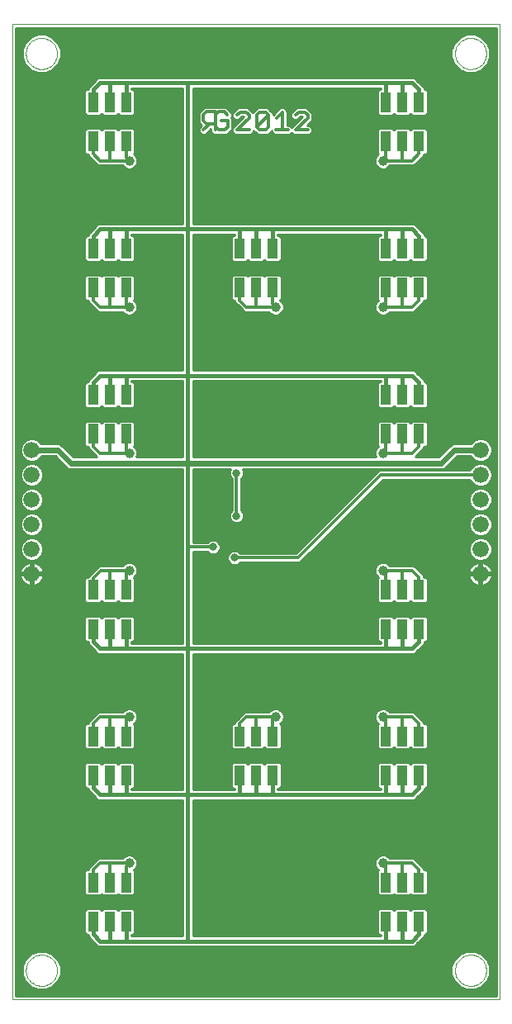
<source format=gtl>
G75*
G70*
%OFA0B0*%
%FSLAX24Y24*%
%IPPOS*%
%LPD*%
%AMOC8*
5,1,8,0,0,1.08239X$1,22.5*
%
%ADD10C,0.0000*%
%ADD11R,0.0433X0.0787*%
%ADD12C,0.0660*%
%ADD13C,0.0120*%
%ADD14C,0.0100*%
%ADD15C,0.0317*%
%ADD16C,0.0240*%
%ADD17C,0.0160*%
%ADD18C,0.0396*%
D10*
X000554Y000554D02*
X000554Y039924D01*
X020239Y039924D01*
X020239Y000554D01*
X000554Y000554D01*
X001105Y001735D02*
X001107Y001785D01*
X001113Y001835D01*
X001123Y001884D01*
X001137Y001932D01*
X001154Y001979D01*
X001175Y002024D01*
X001200Y002068D01*
X001228Y002109D01*
X001260Y002148D01*
X001294Y002185D01*
X001331Y002219D01*
X001371Y002249D01*
X001413Y002276D01*
X001457Y002300D01*
X001503Y002321D01*
X001550Y002337D01*
X001598Y002350D01*
X001648Y002359D01*
X001697Y002364D01*
X001748Y002365D01*
X001798Y002362D01*
X001847Y002355D01*
X001896Y002344D01*
X001944Y002329D01*
X001990Y002311D01*
X002035Y002289D01*
X002078Y002263D01*
X002119Y002234D01*
X002158Y002202D01*
X002194Y002167D01*
X002226Y002129D01*
X002256Y002089D01*
X002283Y002046D01*
X002306Y002002D01*
X002325Y001956D01*
X002341Y001908D01*
X002353Y001859D01*
X002361Y001810D01*
X002365Y001760D01*
X002365Y001710D01*
X002361Y001660D01*
X002353Y001611D01*
X002341Y001562D01*
X002325Y001514D01*
X002306Y001468D01*
X002283Y001424D01*
X002256Y001381D01*
X002226Y001341D01*
X002194Y001303D01*
X002158Y001268D01*
X002119Y001236D01*
X002078Y001207D01*
X002035Y001181D01*
X001990Y001159D01*
X001944Y001141D01*
X001896Y001126D01*
X001847Y001115D01*
X001798Y001108D01*
X001748Y001105D01*
X001697Y001106D01*
X001648Y001111D01*
X001598Y001120D01*
X001550Y001133D01*
X001503Y001149D01*
X001457Y001170D01*
X001413Y001194D01*
X001371Y001221D01*
X001331Y001251D01*
X001294Y001285D01*
X001260Y001322D01*
X001228Y001361D01*
X001200Y001402D01*
X001175Y001446D01*
X001154Y001491D01*
X001137Y001538D01*
X001123Y001586D01*
X001113Y001635D01*
X001107Y001685D01*
X001105Y001735D01*
X018428Y001735D02*
X018430Y001785D01*
X018436Y001835D01*
X018446Y001884D01*
X018460Y001932D01*
X018477Y001979D01*
X018498Y002024D01*
X018523Y002068D01*
X018551Y002109D01*
X018583Y002148D01*
X018617Y002185D01*
X018654Y002219D01*
X018694Y002249D01*
X018736Y002276D01*
X018780Y002300D01*
X018826Y002321D01*
X018873Y002337D01*
X018921Y002350D01*
X018971Y002359D01*
X019020Y002364D01*
X019071Y002365D01*
X019121Y002362D01*
X019170Y002355D01*
X019219Y002344D01*
X019267Y002329D01*
X019313Y002311D01*
X019358Y002289D01*
X019401Y002263D01*
X019442Y002234D01*
X019481Y002202D01*
X019517Y002167D01*
X019549Y002129D01*
X019579Y002089D01*
X019606Y002046D01*
X019629Y002002D01*
X019648Y001956D01*
X019664Y001908D01*
X019676Y001859D01*
X019684Y001810D01*
X019688Y001760D01*
X019688Y001710D01*
X019684Y001660D01*
X019676Y001611D01*
X019664Y001562D01*
X019648Y001514D01*
X019629Y001468D01*
X019606Y001424D01*
X019579Y001381D01*
X019549Y001341D01*
X019517Y001303D01*
X019481Y001268D01*
X019442Y001236D01*
X019401Y001207D01*
X019358Y001181D01*
X019313Y001159D01*
X019267Y001141D01*
X019219Y001126D01*
X019170Y001115D01*
X019121Y001108D01*
X019071Y001105D01*
X019020Y001106D01*
X018971Y001111D01*
X018921Y001120D01*
X018873Y001133D01*
X018826Y001149D01*
X018780Y001170D01*
X018736Y001194D01*
X018694Y001221D01*
X018654Y001251D01*
X018617Y001285D01*
X018583Y001322D01*
X018551Y001361D01*
X018523Y001402D01*
X018498Y001446D01*
X018477Y001491D01*
X018460Y001538D01*
X018446Y001586D01*
X018436Y001635D01*
X018430Y001685D01*
X018428Y001735D01*
X018428Y038743D02*
X018430Y038793D01*
X018436Y038843D01*
X018446Y038892D01*
X018460Y038940D01*
X018477Y038987D01*
X018498Y039032D01*
X018523Y039076D01*
X018551Y039117D01*
X018583Y039156D01*
X018617Y039193D01*
X018654Y039227D01*
X018694Y039257D01*
X018736Y039284D01*
X018780Y039308D01*
X018826Y039329D01*
X018873Y039345D01*
X018921Y039358D01*
X018971Y039367D01*
X019020Y039372D01*
X019071Y039373D01*
X019121Y039370D01*
X019170Y039363D01*
X019219Y039352D01*
X019267Y039337D01*
X019313Y039319D01*
X019358Y039297D01*
X019401Y039271D01*
X019442Y039242D01*
X019481Y039210D01*
X019517Y039175D01*
X019549Y039137D01*
X019579Y039097D01*
X019606Y039054D01*
X019629Y039010D01*
X019648Y038964D01*
X019664Y038916D01*
X019676Y038867D01*
X019684Y038818D01*
X019688Y038768D01*
X019688Y038718D01*
X019684Y038668D01*
X019676Y038619D01*
X019664Y038570D01*
X019648Y038522D01*
X019629Y038476D01*
X019606Y038432D01*
X019579Y038389D01*
X019549Y038349D01*
X019517Y038311D01*
X019481Y038276D01*
X019442Y038244D01*
X019401Y038215D01*
X019358Y038189D01*
X019313Y038167D01*
X019267Y038149D01*
X019219Y038134D01*
X019170Y038123D01*
X019121Y038116D01*
X019071Y038113D01*
X019020Y038114D01*
X018971Y038119D01*
X018921Y038128D01*
X018873Y038141D01*
X018826Y038157D01*
X018780Y038178D01*
X018736Y038202D01*
X018694Y038229D01*
X018654Y038259D01*
X018617Y038293D01*
X018583Y038330D01*
X018551Y038369D01*
X018523Y038410D01*
X018498Y038454D01*
X018477Y038499D01*
X018460Y038546D01*
X018446Y038594D01*
X018436Y038643D01*
X018430Y038693D01*
X018428Y038743D01*
X001105Y038743D02*
X001107Y038793D01*
X001113Y038843D01*
X001123Y038892D01*
X001137Y038940D01*
X001154Y038987D01*
X001175Y039032D01*
X001200Y039076D01*
X001228Y039117D01*
X001260Y039156D01*
X001294Y039193D01*
X001331Y039227D01*
X001371Y039257D01*
X001413Y039284D01*
X001457Y039308D01*
X001503Y039329D01*
X001550Y039345D01*
X001598Y039358D01*
X001648Y039367D01*
X001697Y039372D01*
X001748Y039373D01*
X001798Y039370D01*
X001847Y039363D01*
X001896Y039352D01*
X001944Y039337D01*
X001990Y039319D01*
X002035Y039297D01*
X002078Y039271D01*
X002119Y039242D01*
X002158Y039210D01*
X002194Y039175D01*
X002226Y039137D01*
X002256Y039097D01*
X002283Y039054D01*
X002306Y039010D01*
X002325Y038964D01*
X002341Y038916D01*
X002353Y038867D01*
X002361Y038818D01*
X002365Y038768D01*
X002365Y038718D01*
X002361Y038668D01*
X002353Y038619D01*
X002341Y038570D01*
X002325Y038522D01*
X002306Y038476D01*
X002283Y038432D01*
X002256Y038389D01*
X002226Y038349D01*
X002194Y038311D01*
X002158Y038276D01*
X002119Y038244D01*
X002078Y038215D01*
X002035Y038189D01*
X001990Y038167D01*
X001944Y038149D01*
X001896Y038134D01*
X001847Y038123D01*
X001798Y038116D01*
X001748Y038113D01*
X001697Y038114D01*
X001648Y038119D01*
X001598Y038128D01*
X001550Y038141D01*
X001503Y038157D01*
X001457Y038178D01*
X001413Y038202D01*
X001371Y038229D01*
X001331Y038259D01*
X001294Y038293D01*
X001260Y038330D01*
X001228Y038369D01*
X001200Y038410D01*
X001175Y038454D01*
X001154Y038499D01*
X001137Y038546D01*
X001123Y038594D01*
X001113Y038643D01*
X001107Y038693D01*
X001105Y038743D01*
D11*
X003822Y036775D03*
X004491Y036775D03*
X005161Y036775D03*
X005161Y035200D03*
X004491Y035200D03*
X003822Y035200D03*
X003822Y030869D03*
X004491Y030869D03*
X005161Y030869D03*
X005161Y029294D03*
X004491Y029294D03*
X003822Y029294D03*
X003822Y024964D03*
X004491Y024964D03*
X005161Y024964D03*
X005161Y023389D03*
X004491Y023389D03*
X003822Y023389D03*
X003822Y017090D03*
X004491Y017090D03*
X005161Y017090D03*
X005161Y015515D03*
X004491Y015515D03*
X003822Y015515D03*
X003822Y011184D03*
X004491Y011184D03*
X005161Y011184D03*
X005161Y009609D03*
X004491Y009609D03*
X003822Y009609D03*
X003822Y005279D03*
X004491Y005279D03*
X005161Y005279D03*
X005161Y003704D03*
X004491Y003704D03*
X003822Y003704D03*
X009728Y009609D03*
X010397Y009609D03*
X011066Y009609D03*
X011066Y011184D03*
X010397Y011184D03*
X009728Y011184D03*
X015633Y011184D03*
X016302Y011184D03*
X016972Y011184D03*
X016972Y009609D03*
X016302Y009609D03*
X015633Y009609D03*
X015633Y005279D03*
X016302Y005279D03*
X016972Y005279D03*
X016972Y003704D03*
X016302Y003704D03*
X015633Y003704D03*
X015633Y015515D03*
X016302Y015515D03*
X016972Y015515D03*
X016972Y017090D03*
X016302Y017090D03*
X015633Y017090D03*
X015633Y023389D03*
X016302Y023389D03*
X016972Y023389D03*
X016972Y024964D03*
X016302Y024964D03*
X015633Y024964D03*
X015633Y029294D03*
X016302Y029294D03*
X016972Y029294D03*
X016972Y030869D03*
X016302Y030869D03*
X015633Y030869D03*
X015633Y035200D03*
X016302Y035200D03*
X016972Y035200D03*
X016972Y036775D03*
X016302Y036775D03*
X015633Y036775D03*
X011066Y030869D03*
X010397Y030869D03*
X009728Y030869D03*
X009728Y029294D03*
X010397Y029294D03*
X011066Y029294D03*
D12*
X019452Y022739D03*
X019452Y021739D03*
X019452Y020739D03*
X019452Y019739D03*
X019452Y018739D03*
X019452Y017739D03*
X001342Y017739D03*
X001342Y018739D03*
X001342Y019739D03*
X001342Y020739D03*
X001342Y021739D03*
X001342Y022739D03*
D13*
X003822Y022877D02*
X003822Y023389D01*
X003822Y022877D02*
X004098Y022602D01*
X004452Y022602D01*
X004491Y022641D01*
X004491Y023389D01*
X004452Y022602D02*
X005082Y022602D01*
X005161Y022680D01*
X005161Y023389D01*
X005082Y022602D02*
X005279Y022602D01*
X007641Y018822D02*
X008665Y018822D01*
X009531Y018389D02*
X012090Y018389D01*
X015440Y021739D01*
X019452Y021739D01*
X016972Y022877D02*
X016972Y023389D01*
X016972Y022877D02*
X016696Y022602D01*
X016302Y022602D01*
X016302Y023389D01*
X016302Y022602D02*
X015515Y022602D01*
X015633Y022720D01*
X015633Y023389D01*
X015515Y028507D02*
X015633Y028625D01*
X015633Y029294D01*
X015515Y028507D02*
X016302Y028507D01*
X016302Y029294D01*
X016302Y028507D02*
X016696Y028507D01*
X016972Y028783D01*
X016972Y029294D01*
X016696Y034413D02*
X016263Y034413D01*
X016302Y034452D01*
X016302Y035200D01*
X016263Y034413D02*
X015712Y034413D01*
X015633Y034491D01*
X015633Y035200D01*
X015712Y034413D02*
X015515Y034413D01*
X016696Y034413D02*
X016972Y034688D01*
X016972Y035200D01*
X012485Y035654D02*
X012000Y035654D01*
X011992Y035654D02*
X012482Y036134D01*
X012482Y036254D01*
X012482Y036264D02*
X012362Y036384D01*
X012122Y036384D01*
X011992Y036254D01*
X011695Y035654D02*
X011210Y035654D01*
X010902Y035774D02*
X010902Y036254D01*
X010782Y036374D01*
X010542Y036374D01*
X010422Y036254D01*
X010422Y035774D01*
X010542Y035654D01*
X010782Y035654D01*
X010902Y035774D01*
X011212Y036131D02*
X011455Y036374D01*
X011455Y036366D02*
X011455Y035661D01*
X010892Y036254D02*
X010422Y035774D01*
X010112Y035654D02*
X009622Y035654D01*
X010112Y036134D01*
X010112Y036254D01*
X010112Y036264D02*
X009992Y036384D01*
X009752Y036384D01*
X009622Y036254D01*
X009242Y036274D02*
X009122Y036394D01*
X008882Y036394D01*
X008762Y036274D01*
X008762Y035904D01*
X008512Y035904D01*
X008272Y035654D01*
X008392Y035904D02*
X008272Y036024D01*
X008272Y036274D01*
X008392Y036394D01*
X008762Y036394D01*
X008762Y035904D01*
X008762Y035654D01*
X008762Y035774D02*
X008762Y035904D01*
X008762Y035774D02*
X008882Y035654D01*
X009132Y035654D01*
X009252Y035784D01*
X009252Y036024D01*
X009002Y036024D01*
X008512Y035904D02*
X008392Y035904D01*
X005279Y034413D02*
X005161Y034531D01*
X005161Y035200D01*
X005279Y034413D02*
X004491Y034413D01*
X004491Y035200D01*
X004491Y034413D02*
X004098Y034413D01*
X003822Y034688D01*
X003822Y035200D01*
X003822Y029294D02*
X003822Y028783D01*
X004098Y028507D01*
X004491Y028507D01*
X004491Y029294D01*
X004491Y028507D02*
X005082Y028507D01*
X005161Y028586D01*
X005161Y029294D01*
X005082Y028507D02*
X005279Y028507D01*
X009728Y028783D02*
X009728Y029294D01*
X009728Y028783D02*
X010003Y028507D01*
X010397Y028507D01*
X010397Y029294D01*
X010397Y028507D02*
X011184Y028507D01*
X011066Y028625D01*
X011066Y029294D01*
X009609Y021814D02*
X009609Y020082D01*
X010003Y011972D02*
X009728Y011696D01*
X009728Y011184D01*
X010003Y011972D02*
X010436Y011972D01*
X010397Y011932D01*
X010397Y011184D01*
X010436Y011972D02*
X011184Y011972D01*
X011066Y011854D01*
X011066Y011184D01*
X015515Y011972D02*
X015633Y011854D01*
X015633Y011184D01*
X015515Y011972D02*
X016302Y011972D01*
X016302Y011184D01*
X016302Y011972D02*
X016696Y011972D01*
X016972Y011696D01*
X016972Y011184D01*
X016696Y006066D02*
X016302Y006066D01*
X016302Y005279D01*
X016302Y006066D02*
X015515Y006066D01*
X015633Y005948D01*
X015633Y005279D01*
X016696Y006066D02*
X016972Y005791D01*
X016972Y005279D01*
X016972Y017090D02*
X016972Y017602D01*
X016696Y017877D01*
X016302Y017877D01*
X016302Y017090D01*
X016302Y017877D02*
X015712Y017877D01*
X015633Y017798D01*
X015633Y017090D01*
X015712Y017877D02*
X015515Y017877D01*
X005279Y017877D02*
X005161Y017759D01*
X005161Y017090D01*
X005279Y017877D02*
X004491Y017877D01*
X004491Y017090D01*
X004491Y017877D02*
X004137Y017877D01*
X003822Y017562D01*
X003822Y017090D01*
X004098Y011972D02*
X003822Y011696D01*
X003822Y011184D01*
X004098Y011972D02*
X004491Y011972D01*
X004491Y011184D01*
X004491Y011972D02*
X005279Y011972D01*
X005161Y011854D01*
X005161Y011184D01*
X005279Y006066D02*
X004491Y006066D01*
X004491Y005279D01*
X004491Y006066D02*
X004098Y006066D01*
X003822Y005791D01*
X003822Y005279D01*
X005161Y005279D02*
X005161Y005948D01*
X005279Y006066D01*
D14*
X005607Y006073D02*
X007431Y006073D01*
X007431Y006171D02*
X005590Y006171D01*
X005607Y006131D02*
X005557Y006252D01*
X005465Y006344D01*
X005344Y006394D01*
X005213Y006394D01*
X005093Y006344D01*
X005005Y006256D01*
X004570Y006256D01*
X004413Y006256D01*
X004176Y006256D01*
X004019Y006256D01*
X003743Y005981D01*
X003632Y005869D01*
X003632Y005802D01*
X003552Y005802D01*
X003476Y005726D01*
X003476Y004831D01*
X003552Y004755D01*
X004092Y004755D01*
X004157Y004819D01*
X004221Y004755D01*
X004762Y004755D01*
X004826Y004819D01*
X004890Y004755D01*
X005431Y004755D01*
X005507Y004831D01*
X005507Y005726D01*
X005451Y005782D01*
X005465Y005788D01*
X005557Y005880D01*
X005607Y006001D01*
X005607Y006131D01*
X005539Y006270D02*
X007431Y006270D01*
X007431Y006368D02*
X005406Y006368D01*
X005596Y005974D02*
X007431Y005974D01*
X007431Y005876D02*
X005552Y005876D01*
X005456Y005777D02*
X007431Y005777D01*
X007431Y005679D02*
X005507Y005679D01*
X005507Y005580D02*
X007431Y005580D01*
X007431Y005481D02*
X005507Y005481D01*
X005507Y005383D02*
X007431Y005383D01*
X007431Y005284D02*
X005507Y005284D01*
X005507Y005186D02*
X007431Y005186D01*
X007431Y005087D02*
X005507Y005087D01*
X005507Y004989D02*
X007431Y004989D01*
X007431Y004890D02*
X005507Y004890D01*
X005468Y004792D02*
X007431Y004792D01*
X007431Y004693D02*
X000704Y004693D01*
X000704Y004595D02*
X007431Y004595D01*
X007431Y004496D02*
X000704Y004496D01*
X000704Y004398D02*
X007431Y004398D01*
X007431Y004299D02*
X000704Y004299D01*
X000704Y004200D02*
X003524Y004200D01*
X003552Y004228D02*
X003476Y004151D01*
X003476Y003256D01*
X003552Y003180D01*
X003612Y003180D01*
X003612Y003105D01*
X004011Y002707D01*
X004185Y002707D01*
X004404Y002707D01*
X004578Y002707D01*
X005074Y002707D01*
X005248Y002707D01*
X007554Y002707D01*
X007728Y002707D01*
X015546Y002707D01*
X015720Y002707D01*
X016215Y002707D01*
X016783Y002707D01*
X016906Y002830D01*
X017182Y003105D01*
X017182Y003180D01*
X017242Y003180D01*
X017318Y003256D01*
X017318Y004151D01*
X017242Y004228D01*
X016701Y004228D01*
X016637Y004163D01*
X016573Y004228D01*
X016032Y004228D01*
X015968Y004163D01*
X015903Y004228D01*
X015363Y004228D01*
X015287Y004151D01*
X015287Y003256D01*
X015363Y003180D01*
X015423Y003180D01*
X015423Y003126D01*
X007851Y003126D01*
X007851Y008612D01*
X009641Y008612D01*
X010484Y008612D01*
X010979Y008612D01*
X011153Y008612D01*
X015546Y008612D01*
X015720Y008612D01*
X016215Y008612D01*
X016389Y008612D01*
X016783Y008612D01*
X016906Y008735D01*
X016906Y008735D01*
X017182Y009011D01*
X017182Y009086D01*
X017242Y009086D01*
X017318Y009162D01*
X017318Y010057D01*
X017242Y010133D01*
X016701Y010133D01*
X016637Y010069D01*
X016573Y010133D01*
X016032Y010133D01*
X015968Y010069D01*
X015903Y010133D01*
X015363Y010133D01*
X015287Y010057D01*
X015287Y009162D01*
X015363Y009086D01*
X015423Y009086D01*
X015423Y009032D01*
X011276Y009032D01*
X011276Y009086D01*
X011336Y009086D01*
X011413Y009162D01*
X011413Y010057D01*
X011336Y010133D01*
X010796Y010133D01*
X010731Y010069D01*
X010667Y010133D01*
X010126Y010133D01*
X010062Y010069D01*
X009998Y010133D01*
X009457Y010133D01*
X009381Y010057D01*
X009381Y009162D01*
X009457Y009086D01*
X009518Y009086D01*
X009518Y009032D01*
X007851Y009032D01*
X007851Y014518D01*
X015546Y014518D01*
X015720Y014518D01*
X016215Y014518D01*
X016389Y014518D01*
X016783Y014518D01*
X016906Y014641D01*
X017182Y014916D01*
X017182Y014991D01*
X017242Y014991D01*
X017318Y015067D01*
X017318Y015962D01*
X017242Y016039D01*
X016701Y016039D01*
X016637Y015974D01*
X016573Y016039D01*
X016032Y016039D01*
X015968Y015974D01*
X015903Y016039D01*
X015363Y016039D01*
X015287Y015962D01*
X015287Y015067D01*
X015363Y014991D01*
X015423Y014991D01*
X015423Y014938D01*
X007851Y014938D01*
X007851Y018632D01*
X008446Y018632D01*
X008501Y018577D01*
X008607Y018533D01*
X008722Y018533D01*
X008828Y018577D01*
X008909Y018658D01*
X008953Y018765D01*
X008953Y018879D01*
X008909Y018986D01*
X008828Y019067D01*
X008722Y019111D01*
X008607Y019111D01*
X008501Y019067D01*
X008446Y019012D01*
X007851Y019012D01*
X007851Y021958D01*
X009356Y021958D01*
X009321Y021872D01*
X009321Y021757D01*
X009365Y021651D01*
X009419Y021596D01*
X009419Y020300D01*
X009365Y020245D01*
X009321Y020139D01*
X009321Y020024D01*
X009365Y019918D01*
X009446Y019837D01*
X009552Y019793D01*
X009667Y019793D01*
X009773Y019837D01*
X009854Y019918D01*
X009898Y020024D01*
X009898Y020139D01*
X009854Y020245D01*
X009799Y020300D01*
X009799Y021596D01*
X009854Y021651D01*
X009898Y021757D01*
X009898Y021872D01*
X009862Y021958D01*
X017927Y021958D01*
X018019Y021996D01*
X018089Y022066D01*
X018512Y022489D01*
X019058Y022489D01*
X019062Y022479D01*
X019191Y022349D01*
X019360Y022279D01*
X019543Y022279D01*
X019713Y022349D01*
X019842Y022479D01*
X019912Y022648D01*
X019912Y022831D01*
X019842Y023000D01*
X019713Y023129D01*
X019543Y023199D01*
X019360Y023199D01*
X019191Y023129D01*
X019062Y023000D01*
X019058Y022989D01*
X018458Y022989D01*
X018359Y022989D01*
X018267Y022951D01*
X017774Y022458D01*
X016821Y022458D01*
X017050Y022687D01*
X017162Y022798D01*
X017162Y022865D01*
X017242Y022865D01*
X017318Y022941D01*
X017318Y023836D01*
X017242Y023913D01*
X016701Y023913D01*
X016637Y023848D01*
X016573Y023913D01*
X016032Y023913D01*
X015968Y023848D01*
X015903Y023913D01*
X015363Y023913D01*
X015287Y023836D01*
X015287Y022941D01*
X015343Y022885D01*
X015329Y022880D01*
X015237Y022787D01*
X015187Y022667D01*
X015187Y022536D01*
X015219Y022458D01*
X007851Y022458D01*
X007851Y025541D01*
X015423Y025541D01*
X015423Y025487D01*
X015363Y025487D01*
X015287Y025411D01*
X015287Y024516D01*
X015363Y024440D01*
X015903Y024440D01*
X015968Y024504D01*
X016032Y024440D01*
X016573Y024440D01*
X016637Y024504D01*
X016701Y024440D01*
X017242Y024440D01*
X017318Y024516D01*
X017318Y025411D01*
X017242Y025487D01*
X017182Y025487D01*
X017182Y025563D01*
X016906Y025838D01*
X016906Y025838D01*
X016783Y025961D01*
X016389Y025961D01*
X016215Y025961D01*
X015720Y025961D01*
X015546Y025961D01*
X007851Y025961D01*
X007851Y031447D01*
X009518Y031447D01*
X009518Y031393D01*
X009457Y031393D01*
X009381Y031317D01*
X009381Y030422D01*
X009457Y030346D01*
X009998Y030346D01*
X010062Y030410D01*
X010126Y030346D01*
X010667Y030346D01*
X010731Y030410D01*
X010796Y030346D01*
X011336Y030346D01*
X011413Y030422D01*
X011413Y031317D01*
X011336Y031393D01*
X011276Y031393D01*
X011276Y031447D01*
X015423Y031447D01*
X015423Y031393D01*
X015363Y031393D01*
X015287Y031317D01*
X015287Y030422D01*
X015363Y030346D01*
X015903Y030346D01*
X015968Y030410D01*
X016032Y030346D01*
X016573Y030346D01*
X016637Y030410D01*
X016701Y030346D01*
X017242Y030346D01*
X017318Y030422D01*
X017318Y031317D01*
X017242Y031393D01*
X017182Y031393D01*
X017182Y031468D01*
X016783Y031867D01*
X016609Y031867D01*
X016389Y031867D01*
X016215Y031867D01*
X015720Y031867D01*
X015546Y031867D01*
X011153Y031867D01*
X010310Y031867D01*
X009815Y031867D01*
X009641Y031867D01*
X007851Y031867D01*
X007851Y037352D01*
X015423Y037352D01*
X015423Y037298D01*
X015363Y037298D01*
X015287Y037222D01*
X015287Y036327D01*
X015363Y036251D01*
X015903Y036251D01*
X015968Y036315D01*
X016032Y036251D01*
X016573Y036251D01*
X016637Y036315D01*
X016701Y036251D01*
X017242Y036251D01*
X017318Y036327D01*
X017318Y037222D01*
X017242Y037298D01*
X017182Y037298D01*
X017182Y037374D01*
X016906Y037649D01*
X016783Y037772D01*
X016215Y037772D01*
X015546Y037772D01*
X007728Y037772D01*
X007554Y037772D01*
X005074Y037772D01*
X004404Y037772D01*
X004011Y037772D01*
X003888Y037649D01*
X003612Y037374D01*
X003612Y037298D01*
X003552Y037298D01*
X003476Y037222D01*
X003476Y036327D01*
X003552Y036251D01*
X004092Y036251D01*
X004157Y036315D01*
X004221Y036251D01*
X004762Y036251D01*
X004826Y036315D01*
X004890Y036251D01*
X005431Y036251D01*
X005507Y036327D01*
X005507Y037222D01*
X005431Y037298D01*
X005371Y037298D01*
X005371Y037352D01*
X007431Y037352D01*
X007431Y031867D01*
X005074Y031867D01*
X004404Y031867D01*
X004011Y031867D01*
X003888Y031744D01*
X003612Y031468D01*
X003612Y031393D01*
X003552Y031393D01*
X003476Y031317D01*
X003476Y030422D01*
X003552Y030346D01*
X004092Y030346D01*
X004157Y030410D01*
X004221Y030346D01*
X004762Y030346D01*
X004826Y030410D01*
X004890Y030346D01*
X005431Y030346D01*
X005507Y030422D01*
X005507Y031317D01*
X005431Y031393D01*
X005371Y031393D01*
X005371Y031447D01*
X007431Y031447D01*
X007431Y025961D01*
X005074Y025961D01*
X004578Y025961D01*
X004404Y025961D01*
X004011Y025961D01*
X003888Y025838D01*
X003612Y025563D01*
X003612Y025487D01*
X003552Y025487D01*
X003476Y025411D01*
X003476Y024516D01*
X003552Y024440D01*
X004092Y024440D01*
X004157Y024504D01*
X004221Y024440D01*
X004762Y024440D01*
X004826Y024504D01*
X004890Y024440D01*
X005431Y024440D01*
X005507Y024516D01*
X005507Y025411D01*
X005431Y025487D01*
X005371Y025487D01*
X005371Y025541D01*
X007431Y025541D01*
X007431Y022458D01*
X005574Y022458D01*
X005607Y022536D01*
X005607Y022667D01*
X005557Y022787D01*
X005465Y022880D01*
X005451Y022885D01*
X005507Y022941D01*
X005507Y023836D01*
X005431Y023913D01*
X004890Y023913D01*
X004826Y023848D01*
X004762Y023913D01*
X004221Y023913D01*
X004157Y023848D01*
X004092Y023913D01*
X003552Y023913D01*
X003476Y023836D01*
X003476Y022941D01*
X003552Y022865D01*
X003632Y022865D01*
X003632Y022798D01*
X003743Y022687D01*
X003973Y022458D01*
X003020Y022458D01*
X002527Y022951D01*
X002435Y022989D01*
X002335Y022989D01*
X001736Y022989D01*
X001732Y023000D01*
X001602Y023129D01*
X001433Y023199D01*
X001250Y023199D01*
X001081Y023129D01*
X000952Y023000D01*
X000882Y022831D01*
X000882Y022648D01*
X000952Y022479D01*
X001081Y022349D01*
X001250Y022279D01*
X001433Y022279D01*
X001602Y022349D01*
X001732Y022479D01*
X001736Y022489D01*
X002281Y022489D01*
X002705Y022066D01*
X002775Y021996D01*
X002867Y021958D01*
X007431Y021958D01*
X007431Y018735D01*
X007431Y014938D01*
X005371Y014938D01*
X005371Y014991D01*
X005431Y014991D01*
X005507Y015067D01*
X005507Y015962D01*
X005431Y016039D01*
X004890Y016039D01*
X004826Y015974D01*
X004762Y016039D01*
X004221Y016039D01*
X004157Y015974D01*
X004092Y016039D01*
X003552Y016039D01*
X003476Y015962D01*
X003476Y015067D01*
X003552Y014991D01*
X003612Y014991D01*
X003612Y014916D01*
X003888Y014641D01*
X004011Y014518D01*
X004404Y014518D01*
X004578Y014518D01*
X005074Y014518D01*
X005248Y014518D01*
X007431Y014518D01*
X007431Y009032D01*
X005371Y009032D01*
X005371Y009086D01*
X005431Y009086D01*
X005507Y009162D01*
X005507Y010057D01*
X005431Y010133D01*
X004890Y010133D01*
X004826Y010069D01*
X004762Y010133D01*
X004221Y010133D01*
X004157Y010069D01*
X004092Y010133D01*
X003552Y010133D01*
X003476Y010057D01*
X003476Y009162D01*
X003552Y009086D01*
X003612Y009086D01*
X003612Y009011D01*
X003888Y008735D01*
X004011Y008612D01*
X004404Y008612D01*
X005074Y008612D01*
X007431Y008612D01*
X007431Y003126D01*
X005371Y003126D01*
X005371Y003180D01*
X005431Y003180D01*
X005507Y003256D01*
X005507Y004151D01*
X005431Y004228D01*
X004890Y004228D01*
X004826Y004163D01*
X004762Y004228D01*
X004221Y004228D01*
X004157Y004163D01*
X004092Y004228D01*
X003552Y004228D01*
X003476Y004102D02*
X000704Y004102D01*
X000704Y004003D02*
X003476Y004003D01*
X003476Y003905D02*
X000704Y003905D01*
X000704Y003806D02*
X003476Y003806D01*
X003476Y003708D02*
X000704Y003708D01*
X000704Y003609D02*
X003476Y003609D01*
X003476Y003511D02*
X000704Y003511D01*
X000704Y003412D02*
X003476Y003412D01*
X003476Y003314D02*
X000704Y003314D01*
X000704Y003215D02*
X003517Y003215D01*
X003612Y003116D02*
X000704Y003116D01*
X000704Y003018D02*
X003699Y003018D01*
X003798Y002919D02*
X000704Y002919D01*
X000704Y002821D02*
X003896Y002821D01*
X003995Y002722D02*
X000704Y002722D01*
X000704Y002624D02*
X020089Y002624D01*
X020089Y002722D02*
X016799Y002722D01*
X016897Y002821D02*
X020089Y002821D01*
X020089Y002919D02*
X016996Y002919D01*
X016906Y002830D02*
X016906Y002830D01*
X017094Y003018D02*
X020089Y003018D01*
X020089Y003116D02*
X017182Y003116D01*
X017277Y003215D02*
X020089Y003215D01*
X020089Y003314D02*
X017318Y003314D01*
X017318Y003412D02*
X020089Y003412D01*
X020089Y003511D02*
X017318Y003511D01*
X017318Y003609D02*
X020089Y003609D01*
X020089Y003708D02*
X017318Y003708D01*
X017318Y003806D02*
X020089Y003806D01*
X020089Y003905D02*
X017318Y003905D01*
X017318Y004003D02*
X020089Y004003D01*
X020089Y004102D02*
X017318Y004102D01*
X017269Y004200D02*
X020089Y004200D01*
X020089Y004299D02*
X007851Y004299D01*
X007851Y004398D02*
X020089Y004398D01*
X020089Y004496D02*
X007851Y004496D01*
X007851Y004595D02*
X020089Y004595D01*
X020089Y004693D02*
X007851Y004693D01*
X007851Y004792D02*
X015326Y004792D01*
X015363Y004755D02*
X015903Y004755D01*
X015968Y004819D01*
X016032Y004755D01*
X016573Y004755D01*
X016637Y004819D01*
X016701Y004755D01*
X017242Y004755D01*
X017318Y004831D01*
X017318Y005726D01*
X017242Y005802D01*
X017162Y005802D01*
X017162Y005869D01*
X017050Y005981D01*
X016775Y006256D01*
X016617Y006256D01*
X016381Y006256D01*
X016224Y006256D01*
X015789Y006256D01*
X015701Y006344D01*
X015580Y006394D01*
X015450Y006394D01*
X015329Y006344D01*
X015237Y006252D01*
X015187Y006131D01*
X015187Y006001D01*
X015237Y005880D01*
X015329Y005788D01*
X015343Y005782D01*
X015287Y005726D01*
X015287Y004831D01*
X015363Y004755D01*
X015287Y004890D02*
X007851Y004890D01*
X007851Y004989D02*
X015287Y004989D01*
X015287Y005087D02*
X007851Y005087D01*
X007851Y005186D02*
X015287Y005186D01*
X015287Y005284D02*
X007851Y005284D01*
X007851Y005383D02*
X015287Y005383D01*
X015287Y005481D02*
X007851Y005481D01*
X007851Y005580D02*
X015287Y005580D01*
X015287Y005679D02*
X007851Y005679D01*
X007851Y005777D02*
X015337Y005777D01*
X015241Y005876D02*
X007851Y005876D01*
X007851Y005974D02*
X015198Y005974D01*
X015187Y006073D02*
X007851Y006073D01*
X007851Y006171D02*
X015203Y006171D01*
X015255Y006270D02*
X007851Y006270D01*
X007851Y006368D02*
X015387Y006368D01*
X015643Y006368D02*
X020089Y006368D01*
X020089Y006270D02*
X015775Y006270D01*
X015940Y004792D02*
X015995Y004792D01*
X016005Y004200D02*
X015931Y004200D01*
X015336Y004200D02*
X007851Y004200D01*
X007851Y004102D02*
X015287Y004102D01*
X015287Y004003D02*
X007851Y004003D01*
X007851Y003905D02*
X015287Y003905D01*
X015287Y003806D02*
X007851Y003806D01*
X007851Y003708D02*
X015287Y003708D01*
X015287Y003609D02*
X007851Y003609D01*
X007851Y003511D02*
X015287Y003511D01*
X015287Y003412D02*
X007851Y003412D01*
X007851Y003314D02*
X015287Y003314D01*
X015328Y003215D02*
X007851Y003215D01*
X007431Y003215D02*
X005466Y003215D01*
X005507Y003314D02*
X007431Y003314D01*
X007431Y003412D02*
X005507Y003412D01*
X005507Y003511D02*
X007431Y003511D01*
X007431Y003609D02*
X005507Y003609D01*
X005507Y003708D02*
X007431Y003708D01*
X007431Y003806D02*
X005507Y003806D01*
X005507Y003905D02*
X007431Y003905D01*
X007431Y004003D02*
X005507Y004003D01*
X005507Y004102D02*
X007431Y004102D01*
X007431Y004200D02*
X005458Y004200D01*
X004863Y004200D02*
X004789Y004200D01*
X004798Y004792D02*
X004854Y004792D01*
X004184Y004792D02*
X004129Y004792D01*
X004120Y004200D02*
X004194Y004200D01*
X003515Y004792D02*
X000704Y004792D01*
X000704Y004890D02*
X003476Y004890D01*
X003476Y004989D02*
X000704Y004989D01*
X000704Y005087D02*
X003476Y005087D01*
X003476Y005186D02*
X000704Y005186D01*
X000704Y005284D02*
X003476Y005284D01*
X003476Y005383D02*
X000704Y005383D01*
X000704Y005481D02*
X003476Y005481D01*
X003476Y005580D02*
X000704Y005580D01*
X000704Y005679D02*
X003476Y005679D01*
X003526Y005777D02*
X000704Y005777D01*
X000704Y005876D02*
X003638Y005876D01*
X003737Y005974D02*
X000704Y005974D01*
X000704Y006073D02*
X003836Y006073D01*
X003934Y006171D02*
X000704Y006171D01*
X000704Y006270D02*
X005018Y006270D01*
X005151Y006368D02*
X000704Y006368D01*
X000704Y006467D02*
X007431Y006467D01*
X007431Y006565D02*
X000704Y006565D01*
X000704Y006664D02*
X007431Y006664D01*
X007431Y006763D02*
X000704Y006763D01*
X000704Y006861D02*
X007431Y006861D01*
X007431Y006960D02*
X000704Y006960D01*
X000704Y007058D02*
X007431Y007058D01*
X007431Y007157D02*
X000704Y007157D01*
X000704Y007255D02*
X007431Y007255D01*
X007431Y007354D02*
X000704Y007354D01*
X000704Y007452D02*
X007431Y007452D01*
X007431Y007551D02*
X000704Y007551D01*
X000704Y007649D02*
X007431Y007649D01*
X007431Y007748D02*
X000704Y007748D01*
X000704Y007847D02*
X007431Y007847D01*
X007431Y007945D02*
X000704Y007945D01*
X000704Y008044D02*
X007431Y008044D01*
X007431Y008142D02*
X000704Y008142D01*
X000704Y008241D02*
X007431Y008241D01*
X007431Y008339D02*
X000704Y008339D01*
X000704Y008438D02*
X007431Y008438D01*
X007431Y008536D02*
X000704Y008536D01*
X000704Y008635D02*
X003988Y008635D01*
X003889Y008733D02*
X000704Y008733D01*
X000704Y008832D02*
X003791Y008832D01*
X003692Y008931D02*
X000704Y008931D01*
X000704Y009029D02*
X003612Y009029D01*
X003510Y009128D02*
X000704Y009128D01*
X000704Y009226D02*
X003476Y009226D01*
X003476Y009325D02*
X000704Y009325D01*
X000704Y009423D02*
X003476Y009423D01*
X003476Y009522D02*
X000704Y009522D01*
X000704Y009620D02*
X003476Y009620D01*
X003476Y009719D02*
X000704Y009719D01*
X000704Y009817D02*
X003476Y009817D01*
X003476Y009916D02*
X000704Y009916D01*
X000704Y010014D02*
X003476Y010014D01*
X003532Y010113D02*
X000704Y010113D01*
X000704Y010212D02*
X007431Y010212D01*
X007431Y010310D02*
X000704Y010310D01*
X000704Y010409D02*
X007431Y010409D01*
X007431Y010507D02*
X000704Y010507D01*
X000704Y010606D02*
X007431Y010606D01*
X007431Y010704D02*
X005475Y010704D01*
X005507Y010737D02*
X005507Y011632D01*
X005451Y011688D01*
X005465Y011694D01*
X005557Y011786D01*
X005607Y011906D01*
X005607Y012037D01*
X005557Y012157D01*
X005465Y012250D01*
X005344Y012300D01*
X005213Y012300D01*
X005093Y012250D01*
X005005Y012162D01*
X004570Y012162D01*
X004413Y012162D01*
X004176Y012162D01*
X004019Y012162D01*
X003743Y011886D01*
X003632Y011775D01*
X003632Y011708D01*
X003552Y011708D01*
X003476Y011632D01*
X003476Y010737D01*
X003552Y010661D01*
X004092Y010661D01*
X004157Y010725D01*
X004221Y010661D01*
X004762Y010661D01*
X004826Y010725D01*
X004890Y010661D01*
X005431Y010661D01*
X005507Y010737D01*
X005507Y010803D02*
X007431Y010803D01*
X007431Y010901D02*
X005507Y010901D01*
X005507Y011000D02*
X007431Y011000D01*
X007431Y011098D02*
X005507Y011098D01*
X005507Y011197D02*
X007431Y011197D01*
X007431Y011296D02*
X005507Y011296D01*
X005507Y011394D02*
X007431Y011394D01*
X007431Y011493D02*
X005507Y011493D01*
X005507Y011591D02*
X007431Y011591D01*
X007431Y011690D02*
X005455Y011690D01*
X005558Y011788D02*
X007431Y011788D01*
X007431Y011887D02*
X005599Y011887D01*
X005607Y011985D02*
X007431Y011985D01*
X007431Y012084D02*
X005587Y012084D01*
X005532Y012182D02*
X007431Y012182D01*
X007431Y012281D02*
X005389Y012281D01*
X005168Y012281D02*
X000704Y012281D01*
X000704Y012380D02*
X007431Y012380D01*
X007431Y012478D02*
X000704Y012478D01*
X000704Y012577D02*
X007431Y012577D01*
X007431Y012675D02*
X000704Y012675D01*
X000704Y012774D02*
X007431Y012774D01*
X007431Y012872D02*
X000704Y012872D01*
X000704Y012971D02*
X007431Y012971D01*
X007431Y013069D02*
X000704Y013069D01*
X000704Y013168D02*
X007431Y013168D01*
X007431Y013266D02*
X000704Y013266D01*
X000704Y013365D02*
X007431Y013365D01*
X007431Y013464D02*
X000704Y013464D01*
X000704Y013562D02*
X007431Y013562D01*
X007431Y013661D02*
X000704Y013661D01*
X000704Y013759D02*
X007431Y013759D01*
X007431Y013858D02*
X000704Y013858D01*
X000704Y013956D02*
X007431Y013956D01*
X007431Y014055D02*
X000704Y014055D01*
X000704Y014153D02*
X007431Y014153D01*
X007431Y014252D02*
X000704Y014252D01*
X000704Y014350D02*
X007431Y014350D01*
X007431Y014449D02*
X000704Y014449D01*
X000704Y014547D02*
X003981Y014547D01*
X003882Y014646D02*
X000704Y014646D01*
X000704Y014745D02*
X003784Y014745D01*
X003685Y014843D02*
X000704Y014843D01*
X000704Y014942D02*
X003612Y014942D01*
X003503Y015040D02*
X000704Y015040D01*
X000704Y015139D02*
X003476Y015139D01*
X003476Y015237D02*
X000704Y015237D01*
X000704Y015336D02*
X003476Y015336D01*
X003476Y015434D02*
X000704Y015434D01*
X000704Y015533D02*
X003476Y015533D01*
X003476Y015631D02*
X000704Y015631D01*
X000704Y015730D02*
X003476Y015730D01*
X003476Y015829D02*
X000704Y015829D01*
X000704Y015927D02*
X003476Y015927D01*
X003539Y016026D02*
X000704Y016026D01*
X000704Y016124D02*
X007431Y016124D01*
X007431Y016026D02*
X005444Y016026D01*
X005507Y015927D02*
X007431Y015927D01*
X007431Y015829D02*
X005507Y015829D01*
X005507Y015730D02*
X007431Y015730D01*
X007431Y015631D02*
X005507Y015631D01*
X005507Y015533D02*
X007431Y015533D01*
X007431Y015434D02*
X005507Y015434D01*
X005507Y015336D02*
X007431Y015336D01*
X007431Y015237D02*
X005507Y015237D01*
X005507Y015139D02*
X007431Y015139D01*
X007431Y015040D02*
X005480Y015040D01*
X005371Y014942D02*
X007431Y014942D01*
X007851Y014942D02*
X015423Y014942D01*
X015314Y015040D02*
X007851Y015040D01*
X007851Y015139D02*
X015287Y015139D01*
X015287Y015237D02*
X007851Y015237D01*
X007851Y015336D02*
X015287Y015336D01*
X015287Y015434D02*
X007851Y015434D01*
X007851Y015533D02*
X015287Y015533D01*
X015287Y015631D02*
X007851Y015631D01*
X007851Y015730D02*
X015287Y015730D01*
X015287Y015829D02*
X007851Y015829D01*
X007851Y015927D02*
X015287Y015927D01*
X015350Y016026D02*
X007851Y016026D01*
X007851Y016124D02*
X020089Y016124D01*
X020089Y016026D02*
X017255Y016026D01*
X017318Y015927D02*
X020089Y015927D01*
X020089Y015829D02*
X017318Y015829D01*
X017318Y015730D02*
X020089Y015730D01*
X020089Y015631D02*
X017318Y015631D01*
X017318Y015533D02*
X020089Y015533D01*
X020089Y015434D02*
X017318Y015434D01*
X017318Y015336D02*
X020089Y015336D01*
X020089Y015237D02*
X017318Y015237D01*
X017318Y015139D02*
X020089Y015139D01*
X020089Y015040D02*
X017291Y015040D01*
X017182Y014942D02*
X020089Y014942D01*
X020089Y014843D02*
X017109Y014843D01*
X017010Y014745D02*
X020089Y014745D01*
X020089Y014646D02*
X016911Y014646D01*
X016813Y014547D02*
X020089Y014547D01*
X020089Y014449D02*
X007851Y014449D01*
X007851Y014350D02*
X020089Y014350D01*
X020089Y014252D02*
X007851Y014252D01*
X007851Y014153D02*
X020089Y014153D01*
X020089Y014055D02*
X007851Y014055D01*
X007851Y013956D02*
X020089Y013956D01*
X020089Y013858D02*
X007851Y013858D01*
X007851Y013759D02*
X020089Y013759D01*
X020089Y013661D02*
X007851Y013661D01*
X007851Y013562D02*
X020089Y013562D01*
X020089Y013464D02*
X007851Y013464D01*
X007851Y013365D02*
X020089Y013365D01*
X020089Y013266D02*
X007851Y013266D01*
X007851Y013168D02*
X020089Y013168D01*
X020089Y013069D02*
X007851Y013069D01*
X007851Y012971D02*
X020089Y012971D01*
X020089Y012872D02*
X007851Y012872D01*
X007851Y012774D02*
X020089Y012774D01*
X020089Y012675D02*
X007851Y012675D01*
X007851Y012577D02*
X020089Y012577D01*
X020089Y012478D02*
X007851Y012478D01*
X007851Y012380D02*
X020089Y012380D01*
X020089Y012281D02*
X015625Y012281D01*
X015580Y012300D02*
X015701Y012250D01*
X015789Y012162D01*
X016224Y012162D01*
X016381Y012162D01*
X016617Y012162D01*
X016775Y012162D01*
X017050Y011886D01*
X017162Y011775D01*
X017162Y011708D01*
X017242Y011708D01*
X017318Y011632D01*
X017318Y010737D01*
X017242Y010661D01*
X016701Y010661D01*
X016637Y010725D01*
X016573Y010661D01*
X016032Y010661D01*
X015968Y010725D01*
X015903Y010661D01*
X015363Y010661D01*
X015287Y010737D01*
X015287Y011632D01*
X015343Y011688D01*
X015329Y011694D01*
X015237Y011786D01*
X015187Y011906D01*
X015187Y012037D01*
X015237Y012157D01*
X015329Y012250D01*
X015450Y012300D01*
X015580Y012300D01*
X015404Y012281D02*
X011295Y012281D01*
X011250Y012300D02*
X011119Y012300D01*
X010998Y012250D01*
X010910Y012162D01*
X010515Y012162D01*
X010357Y012162D01*
X010082Y012162D01*
X009924Y012162D01*
X009649Y011886D01*
X009538Y011775D01*
X009538Y011708D01*
X009457Y011708D01*
X009381Y011632D01*
X009381Y010737D01*
X009457Y010661D01*
X009998Y010661D01*
X010062Y010725D01*
X010126Y010661D01*
X010667Y010661D01*
X010731Y010725D01*
X010796Y010661D01*
X011336Y010661D01*
X011413Y010737D01*
X011413Y011632D01*
X011356Y011688D01*
X011370Y011694D01*
X011462Y011786D01*
X011512Y011906D01*
X011512Y012037D01*
X011462Y012157D01*
X011370Y012250D01*
X011250Y012300D01*
X011074Y012281D02*
X007851Y012281D01*
X007851Y012182D02*
X010931Y012182D01*
X011361Y011690D02*
X015338Y011690D01*
X015287Y011591D02*
X011413Y011591D01*
X011413Y011493D02*
X015287Y011493D01*
X015287Y011394D02*
X011413Y011394D01*
X011413Y011296D02*
X015287Y011296D01*
X015287Y011197D02*
X011413Y011197D01*
X011413Y011098D02*
X015287Y011098D01*
X015287Y011000D02*
X011413Y011000D01*
X011413Y010901D02*
X015287Y010901D01*
X015287Y010803D02*
X011413Y010803D01*
X011380Y010704D02*
X015319Y010704D01*
X015343Y010113D02*
X011357Y010113D01*
X011413Y010014D02*
X015287Y010014D01*
X015287Y009916D02*
X011413Y009916D01*
X011413Y009817D02*
X015287Y009817D01*
X015287Y009719D02*
X011413Y009719D01*
X011413Y009620D02*
X015287Y009620D01*
X015287Y009522D02*
X011413Y009522D01*
X011413Y009423D02*
X015287Y009423D01*
X015287Y009325D02*
X011413Y009325D01*
X011413Y009226D02*
X015287Y009226D01*
X015321Y009128D02*
X011378Y009128D01*
X010776Y010113D02*
X010687Y010113D01*
X010711Y010704D02*
X010752Y010704D01*
X010083Y010704D02*
X010042Y010704D01*
X010018Y010113D02*
X010106Y010113D01*
X009437Y010113D02*
X007851Y010113D01*
X007851Y010014D02*
X009381Y010014D01*
X009381Y009916D02*
X007851Y009916D01*
X007851Y009817D02*
X009381Y009817D01*
X009381Y009719D02*
X007851Y009719D01*
X007851Y009620D02*
X009381Y009620D01*
X009381Y009522D02*
X007851Y009522D01*
X007851Y009423D02*
X009381Y009423D01*
X009381Y009325D02*
X007851Y009325D01*
X007851Y009226D02*
X009381Y009226D01*
X009415Y009128D02*
X007851Y009128D01*
X007851Y008536D02*
X020089Y008536D01*
X020089Y008438D02*
X007851Y008438D01*
X007851Y008339D02*
X020089Y008339D01*
X020089Y008241D02*
X007851Y008241D01*
X007851Y008142D02*
X020089Y008142D01*
X020089Y008044D02*
X007851Y008044D01*
X007851Y007945D02*
X020089Y007945D01*
X020089Y007847D02*
X007851Y007847D01*
X007851Y007748D02*
X020089Y007748D01*
X020089Y007649D02*
X007851Y007649D01*
X007851Y007551D02*
X020089Y007551D01*
X020089Y007452D02*
X007851Y007452D01*
X007851Y007354D02*
X020089Y007354D01*
X020089Y007255D02*
X007851Y007255D01*
X007851Y007157D02*
X020089Y007157D01*
X020089Y007058D02*
X007851Y007058D01*
X007851Y006960D02*
X020089Y006960D01*
X020089Y006861D02*
X007851Y006861D01*
X007851Y006763D02*
X020089Y006763D01*
X020089Y006664D02*
X007851Y006664D01*
X007851Y006565D02*
X020089Y006565D01*
X020089Y006467D02*
X007851Y006467D01*
X007431Y009128D02*
X005473Y009128D01*
X005507Y009226D02*
X007431Y009226D01*
X007431Y009325D02*
X005507Y009325D01*
X005507Y009423D02*
X007431Y009423D01*
X007431Y009522D02*
X005507Y009522D01*
X005507Y009620D02*
X007431Y009620D01*
X007431Y009719D02*
X005507Y009719D01*
X005507Y009817D02*
X007431Y009817D01*
X007431Y009916D02*
X005507Y009916D01*
X005507Y010014D02*
X007431Y010014D01*
X007431Y010113D02*
X005451Y010113D01*
X004870Y010113D02*
X004782Y010113D01*
X004805Y010704D02*
X004846Y010704D01*
X004177Y010704D02*
X004136Y010704D01*
X004112Y010113D02*
X004201Y010113D01*
X003508Y010704D02*
X000704Y010704D01*
X000704Y010803D02*
X003476Y010803D01*
X003476Y010901D02*
X000704Y010901D01*
X000704Y011000D02*
X003476Y011000D01*
X003476Y011098D02*
X000704Y011098D01*
X000704Y011197D02*
X003476Y011197D01*
X003476Y011296D02*
X000704Y011296D01*
X000704Y011394D02*
X003476Y011394D01*
X003476Y011493D02*
X000704Y011493D01*
X000704Y011591D02*
X003476Y011591D01*
X003533Y011690D02*
X000704Y011690D01*
X000704Y011788D02*
X003646Y011788D01*
X003744Y011887D02*
X000704Y011887D01*
X000704Y011985D02*
X003843Y011985D01*
X003941Y012084D02*
X000704Y012084D01*
X000704Y012182D02*
X005026Y012182D01*
X004877Y016026D02*
X004775Y016026D01*
X004762Y016566D02*
X004826Y016630D01*
X004890Y016566D01*
X005431Y016566D01*
X005507Y016642D01*
X005507Y017537D01*
X005451Y017593D01*
X005465Y017599D01*
X005557Y017691D01*
X005607Y017812D01*
X005607Y017942D01*
X005557Y018063D01*
X005465Y018155D01*
X005344Y018205D01*
X005213Y018205D01*
X005093Y018155D01*
X005005Y018067D01*
X004570Y018067D01*
X004058Y018067D01*
X003947Y017956D01*
X003947Y017956D01*
X003743Y017752D01*
X003632Y017641D01*
X003632Y017613D01*
X003552Y017613D01*
X003476Y017537D01*
X003476Y016642D01*
X003552Y016566D01*
X004092Y016566D01*
X004157Y016630D01*
X004221Y016566D01*
X004762Y016566D01*
X004813Y016617D02*
X004839Y016617D01*
X005482Y016617D02*
X007431Y016617D01*
X007431Y016715D02*
X005507Y016715D01*
X005507Y016814D02*
X007431Y016814D01*
X007431Y016913D02*
X005507Y016913D01*
X005507Y017011D02*
X007431Y017011D01*
X007431Y017110D02*
X005507Y017110D01*
X005507Y017208D02*
X007431Y017208D01*
X007431Y017307D02*
X005507Y017307D01*
X005507Y017405D02*
X007431Y017405D01*
X007431Y017504D02*
X005507Y017504D01*
X005468Y017602D02*
X007431Y017602D01*
X007431Y017701D02*
X005561Y017701D01*
X005602Y017799D02*
X007431Y017799D01*
X007431Y017898D02*
X005607Y017898D01*
X005584Y017996D02*
X007431Y017996D01*
X007431Y018095D02*
X005525Y018095D01*
X005372Y018194D02*
X007431Y018194D01*
X007431Y018292D02*
X001464Y018292D01*
X001433Y018279D02*
X001602Y018349D01*
X001732Y018479D01*
X001802Y018648D01*
X001802Y018831D01*
X001732Y019000D01*
X001602Y019129D01*
X001433Y019199D01*
X001250Y019199D01*
X001081Y019129D01*
X000952Y019000D01*
X000882Y018831D01*
X000882Y018648D01*
X000952Y018479D01*
X001081Y018349D01*
X001250Y018279D01*
X001433Y018279D01*
X001454Y018208D02*
X001390Y018218D01*
X001390Y017788D01*
X001293Y017788D01*
X001293Y017691D01*
X000863Y017691D01*
X000874Y017627D01*
X000897Y017555D01*
X000931Y017488D01*
X000976Y017427D01*
X001029Y017373D01*
X001090Y017329D01*
X001157Y017295D01*
X001229Y017271D01*
X001293Y017261D01*
X001293Y017691D01*
X001390Y017691D01*
X001390Y017261D01*
X001454Y017271D01*
X001526Y017295D01*
X001593Y017329D01*
X001654Y017373D01*
X001708Y017427D01*
X001752Y017488D01*
X001787Y017555D01*
X001810Y017627D01*
X001820Y017691D01*
X001390Y017691D01*
X001390Y017788D01*
X001820Y017788D01*
X001810Y017852D01*
X001787Y017924D01*
X001752Y017991D01*
X001708Y018052D01*
X001654Y018105D01*
X001593Y018150D01*
X001526Y018184D01*
X001454Y018208D01*
X001497Y018194D02*
X005185Y018194D01*
X005033Y018095D02*
X001665Y018095D01*
X001748Y017996D02*
X003988Y017996D01*
X003889Y017898D02*
X001795Y017898D01*
X001818Y017799D02*
X003791Y017799D01*
X003743Y017752D02*
X003743Y017752D01*
X003692Y017701D02*
X001390Y017701D01*
X001293Y017701D02*
X000704Y017701D01*
X000704Y017799D02*
X000865Y017799D01*
X000863Y017788D02*
X001293Y017788D01*
X001293Y018218D01*
X001229Y018208D01*
X001157Y018184D01*
X001090Y018150D01*
X001029Y018105D01*
X000976Y018052D01*
X000931Y017991D01*
X000897Y017924D01*
X000874Y017852D01*
X000863Y017788D01*
X000889Y017898D02*
X000704Y017898D01*
X000704Y017996D02*
X000935Y017996D01*
X001019Y018095D02*
X000704Y018095D01*
X000704Y018194D02*
X001186Y018194D01*
X001219Y018292D02*
X000704Y018292D01*
X000704Y018391D02*
X001040Y018391D01*
X000947Y018489D02*
X000704Y018489D01*
X000704Y018588D02*
X000907Y018588D01*
X000882Y018686D02*
X000704Y018686D01*
X000704Y018785D02*
X000882Y018785D01*
X000904Y018883D02*
X000704Y018883D01*
X000704Y018982D02*
X000944Y018982D01*
X001032Y019080D02*
X000704Y019080D01*
X000704Y019179D02*
X001201Y019179D01*
X001250Y019279D02*
X001081Y019349D01*
X000952Y019479D01*
X000882Y019648D01*
X000882Y019831D01*
X000952Y020000D01*
X001081Y020129D01*
X001250Y020199D01*
X001433Y020199D01*
X001602Y020129D01*
X001732Y020000D01*
X001802Y019831D01*
X001802Y019648D01*
X001732Y019479D01*
X001602Y019349D01*
X001433Y019279D01*
X001250Y019279D01*
X001054Y019376D02*
X000704Y019376D01*
X000704Y019278D02*
X007431Y019278D01*
X007431Y019376D02*
X001629Y019376D01*
X001728Y019475D02*
X007431Y019475D01*
X007431Y019573D02*
X001771Y019573D01*
X001802Y019672D02*
X007431Y019672D01*
X007431Y019770D02*
X001802Y019770D01*
X001786Y019869D02*
X007431Y019869D01*
X007431Y019967D02*
X001745Y019967D01*
X001666Y020066D02*
X007431Y020066D01*
X007431Y020164D02*
X001517Y020164D01*
X001433Y020279D02*
X001602Y020349D01*
X001732Y020479D01*
X001802Y020648D01*
X001802Y020831D01*
X001732Y021000D01*
X001602Y021129D01*
X001433Y021199D01*
X001250Y021199D01*
X001081Y021129D01*
X000952Y021000D01*
X000882Y020831D01*
X000882Y020648D01*
X000952Y020479D01*
X001081Y020349D01*
X001250Y020279D01*
X001433Y020279D01*
X001614Y020362D02*
X007431Y020362D01*
X007431Y020460D02*
X001713Y020460D01*
X001765Y020559D02*
X007431Y020559D01*
X007431Y020657D02*
X001802Y020657D01*
X001802Y020756D02*
X007431Y020756D01*
X007431Y020854D02*
X001792Y020854D01*
X001751Y020953D02*
X007431Y020953D01*
X007431Y021051D02*
X001680Y021051D01*
X001553Y021150D02*
X007431Y021150D01*
X007431Y021248D02*
X000704Y021248D01*
X000704Y021150D02*
X001131Y021150D01*
X001003Y021051D02*
X000704Y021051D01*
X000704Y020953D02*
X000932Y020953D01*
X000891Y020854D02*
X000704Y020854D01*
X000704Y020756D02*
X000882Y020756D01*
X000882Y020657D02*
X000704Y020657D01*
X000704Y020559D02*
X000919Y020559D01*
X000970Y020460D02*
X000704Y020460D01*
X000704Y020362D02*
X001069Y020362D01*
X001166Y020164D02*
X000704Y020164D01*
X000704Y020066D02*
X001018Y020066D01*
X000938Y019967D02*
X000704Y019967D01*
X000704Y019869D02*
X000897Y019869D01*
X000882Y019770D02*
X000704Y019770D01*
X000704Y019672D02*
X000882Y019672D01*
X000913Y019573D02*
X000704Y019573D01*
X000704Y019475D02*
X000956Y019475D01*
X000704Y020263D02*
X007431Y020263D01*
X007851Y020263D02*
X009382Y020263D01*
X009419Y020362D02*
X007851Y020362D01*
X007851Y020460D02*
X009419Y020460D01*
X009419Y020559D02*
X007851Y020559D01*
X007851Y020657D02*
X009419Y020657D01*
X009419Y020756D02*
X007851Y020756D01*
X007851Y020854D02*
X009419Y020854D01*
X009419Y020953D02*
X007851Y020953D01*
X007851Y021051D02*
X009419Y021051D01*
X009419Y021150D02*
X007851Y021150D01*
X007851Y021248D02*
X009419Y021248D01*
X009419Y021347D02*
X007851Y021347D01*
X007851Y021446D02*
X009419Y021446D01*
X009419Y021544D02*
X007851Y021544D01*
X007851Y021643D02*
X009373Y021643D01*
X009327Y021741D02*
X007851Y021741D01*
X007851Y021840D02*
X009321Y021840D01*
X009348Y021938D02*
X007851Y021938D01*
X007851Y022529D02*
X015190Y022529D01*
X015187Y022628D02*
X007851Y022628D01*
X007851Y022727D02*
X015212Y022727D01*
X015275Y022825D02*
X007851Y022825D01*
X007851Y022924D02*
X015304Y022924D01*
X015287Y023022D02*
X007851Y023022D01*
X007851Y023121D02*
X015287Y023121D01*
X015287Y023219D02*
X007851Y023219D01*
X007851Y023318D02*
X015287Y023318D01*
X015287Y023416D02*
X007851Y023416D01*
X007851Y023515D02*
X015287Y023515D01*
X015287Y023613D02*
X007851Y023613D01*
X007851Y023712D02*
X015287Y023712D01*
X015287Y023811D02*
X007851Y023811D01*
X007851Y023909D02*
X015359Y023909D01*
X015302Y024500D02*
X007851Y024500D01*
X007851Y024402D02*
X020089Y024402D01*
X020089Y024500D02*
X017302Y024500D01*
X017318Y024599D02*
X020089Y024599D01*
X020089Y024697D02*
X017318Y024697D01*
X017318Y024796D02*
X020089Y024796D01*
X020089Y024895D02*
X017318Y024895D01*
X017318Y024993D02*
X020089Y024993D01*
X020089Y025092D02*
X017318Y025092D01*
X017318Y025190D02*
X020089Y025190D01*
X020089Y025289D02*
X017318Y025289D01*
X017318Y025387D02*
X020089Y025387D01*
X020089Y025486D02*
X017244Y025486D01*
X017160Y025584D02*
X020089Y025584D01*
X020089Y025683D02*
X017061Y025683D01*
X016963Y025781D02*
X020089Y025781D01*
X020089Y025880D02*
X016864Y025880D01*
X016641Y024500D02*
X016633Y024500D01*
X016576Y023909D02*
X016698Y023909D01*
X017246Y023909D02*
X020089Y023909D01*
X020089Y023811D02*
X017318Y023811D01*
X017318Y023712D02*
X020089Y023712D01*
X020089Y023613D02*
X017318Y023613D01*
X017318Y023515D02*
X020089Y023515D01*
X020089Y023416D02*
X017318Y023416D01*
X017318Y023318D02*
X020089Y023318D01*
X020089Y023219D02*
X017318Y023219D01*
X017318Y023121D02*
X019183Y023121D01*
X019084Y023022D02*
X017318Y023022D01*
X017300Y022924D02*
X018239Y022924D01*
X018141Y022825D02*
X017162Y022825D01*
X017090Y022727D02*
X018042Y022727D01*
X017944Y022628D02*
X016991Y022628D01*
X016893Y022529D02*
X017845Y022529D01*
X018060Y022037D02*
X019099Y022037D01*
X019062Y022000D02*
X019033Y021929D01*
X015519Y021929D01*
X015361Y021929D01*
X012011Y018579D01*
X009749Y018579D01*
X009694Y018634D01*
X009588Y018678D01*
X009473Y018678D01*
X009367Y018634D01*
X009286Y018553D01*
X009242Y018446D01*
X009242Y018331D01*
X009286Y018225D01*
X009367Y018144D01*
X009473Y018100D01*
X009588Y018100D01*
X009694Y018144D01*
X009749Y018199D01*
X012011Y018199D01*
X012168Y018199D01*
X015519Y021549D01*
X019033Y021549D01*
X019062Y021479D01*
X019191Y021349D01*
X019360Y021279D01*
X019543Y021279D01*
X019713Y021349D01*
X019842Y021479D01*
X019912Y021648D01*
X019912Y021831D01*
X019842Y022000D01*
X019713Y022129D01*
X019543Y022199D01*
X019360Y022199D01*
X019191Y022129D01*
X019062Y022000D01*
X019036Y021938D02*
X009871Y021938D01*
X009898Y021840D02*
X015272Y021840D01*
X015173Y021741D02*
X009892Y021741D01*
X009846Y021643D02*
X015075Y021643D01*
X014976Y021544D02*
X009799Y021544D01*
X009799Y021446D02*
X014878Y021446D01*
X014779Y021347D02*
X009799Y021347D01*
X009799Y021248D02*
X014681Y021248D01*
X014582Y021150D02*
X009799Y021150D01*
X009799Y021051D02*
X014483Y021051D01*
X014385Y020953D02*
X009799Y020953D01*
X009799Y020854D02*
X014286Y020854D01*
X014188Y020756D02*
X009799Y020756D01*
X009799Y020657D02*
X014089Y020657D01*
X013991Y020559D02*
X009799Y020559D01*
X009799Y020460D02*
X013892Y020460D01*
X013794Y020362D02*
X009799Y020362D01*
X009837Y020263D02*
X013695Y020263D01*
X013597Y020164D02*
X009888Y020164D01*
X009898Y020066D02*
X013498Y020066D01*
X013399Y019967D02*
X009874Y019967D01*
X009805Y019869D02*
X013301Y019869D01*
X013202Y019770D02*
X007851Y019770D01*
X007851Y019672D02*
X013104Y019672D01*
X013005Y019573D02*
X007851Y019573D01*
X007851Y019475D02*
X012907Y019475D01*
X012808Y019376D02*
X007851Y019376D01*
X007851Y019278D02*
X012710Y019278D01*
X012611Y019179D02*
X007851Y019179D01*
X007851Y019080D02*
X008534Y019080D01*
X008795Y019080D02*
X012513Y019080D01*
X012414Y018982D02*
X008911Y018982D01*
X008952Y018883D02*
X012315Y018883D01*
X012217Y018785D02*
X008953Y018785D01*
X008921Y018686D02*
X012118Y018686D01*
X012020Y018588D02*
X009740Y018588D01*
X009744Y018194D02*
X015422Y018194D01*
X015450Y018205D02*
X015329Y018155D01*
X015237Y018063D01*
X015187Y017942D01*
X015187Y017812D01*
X015237Y017691D01*
X015329Y017599D01*
X015343Y017593D01*
X015287Y017537D01*
X015287Y016642D01*
X015363Y016566D01*
X015903Y016566D01*
X015968Y016630D01*
X016032Y016566D01*
X016573Y016566D01*
X016637Y016630D01*
X016701Y016566D01*
X017242Y016566D01*
X017318Y016642D01*
X017318Y017537D01*
X017242Y017613D01*
X017162Y017613D01*
X017162Y017680D01*
X017050Y017792D01*
X016775Y018067D01*
X016617Y018067D01*
X016381Y018067D01*
X016224Y018067D01*
X015791Y018067D01*
X015789Y018067D01*
X015701Y018155D01*
X015580Y018205D01*
X015450Y018205D01*
X015608Y018194D02*
X019297Y018194D01*
X019268Y018184D02*
X019200Y018150D01*
X019139Y018105D01*
X019086Y018052D01*
X019041Y017991D01*
X019007Y017924D01*
X018984Y017852D01*
X018974Y017788D01*
X019403Y017788D01*
X019403Y017691D01*
X018974Y017691D01*
X018984Y017627D01*
X019007Y017555D01*
X019041Y017488D01*
X019086Y017427D01*
X019139Y017373D01*
X019200Y017329D01*
X019268Y017295D01*
X019340Y017271D01*
X019403Y017261D01*
X019403Y017691D01*
X019500Y017691D01*
X019500Y017261D01*
X019564Y017271D01*
X019636Y017295D01*
X019704Y017329D01*
X019765Y017373D01*
X019818Y017427D01*
X019862Y017488D01*
X019897Y017555D01*
X019920Y017627D01*
X019930Y017691D01*
X019501Y017691D01*
X019501Y017788D01*
X019930Y017788D01*
X019920Y017852D01*
X019897Y017924D01*
X019862Y017991D01*
X019818Y018052D01*
X019765Y018105D01*
X019704Y018150D01*
X019636Y018184D01*
X019564Y018208D01*
X019500Y018218D01*
X019500Y017788D01*
X019403Y017788D01*
X019403Y018218D01*
X019340Y018208D01*
X019268Y018184D01*
X019330Y018292D02*
X012262Y018292D01*
X012360Y018391D02*
X019150Y018391D01*
X019191Y018349D02*
X019360Y018279D01*
X019543Y018279D01*
X019713Y018349D01*
X019842Y018479D01*
X019912Y018648D01*
X019912Y018831D01*
X019842Y019000D01*
X019713Y019129D01*
X019543Y019199D01*
X019360Y019199D01*
X019191Y019129D01*
X019062Y019000D01*
X018992Y018831D01*
X018992Y018648D01*
X019062Y018479D01*
X019191Y018349D01*
X019058Y018489D02*
X012459Y018489D01*
X012557Y018588D02*
X019017Y018588D01*
X018992Y018686D02*
X012656Y018686D01*
X012754Y018785D02*
X018992Y018785D01*
X019014Y018883D02*
X012853Y018883D01*
X012951Y018982D02*
X019055Y018982D01*
X019143Y019080D02*
X013050Y019080D01*
X013149Y019179D02*
X019311Y019179D01*
X019360Y019279D02*
X019191Y019349D01*
X019062Y019479D01*
X018992Y019648D01*
X018992Y019831D01*
X019062Y020000D01*
X019191Y020129D01*
X019360Y020199D01*
X019543Y020199D01*
X019713Y020129D01*
X019842Y020000D01*
X019912Y019831D01*
X019912Y019648D01*
X019842Y019479D01*
X019713Y019349D01*
X019543Y019279D01*
X019360Y019279D01*
X019165Y019376D02*
X013346Y019376D01*
X013444Y019475D02*
X019066Y019475D01*
X019023Y019573D02*
X013543Y019573D01*
X013641Y019672D02*
X018992Y019672D01*
X018992Y019770D02*
X013740Y019770D01*
X013838Y019869D02*
X019008Y019869D01*
X019049Y019967D02*
X013937Y019967D01*
X014035Y020066D02*
X019128Y020066D01*
X019276Y020164D02*
X014134Y020164D01*
X014232Y020263D02*
X020089Y020263D01*
X020089Y020362D02*
X019725Y020362D01*
X019713Y020349D02*
X019842Y020479D01*
X019912Y020648D01*
X019912Y020831D01*
X019842Y021000D01*
X019713Y021129D01*
X019543Y021199D01*
X019360Y021199D01*
X019191Y021129D01*
X019062Y021000D01*
X018992Y020831D01*
X018992Y020648D01*
X019062Y020479D01*
X019191Y020349D01*
X019360Y020279D01*
X019543Y020279D01*
X019713Y020349D01*
X019823Y020460D02*
X020089Y020460D01*
X020089Y020559D02*
X019875Y020559D01*
X019912Y020657D02*
X020089Y020657D01*
X020089Y020756D02*
X019912Y020756D01*
X019902Y020854D02*
X020089Y020854D01*
X020089Y020953D02*
X019861Y020953D01*
X019790Y021051D02*
X020089Y021051D01*
X020089Y021150D02*
X019663Y021150D01*
X019707Y021347D02*
X020089Y021347D01*
X020089Y021446D02*
X019809Y021446D01*
X019869Y021544D02*
X020089Y021544D01*
X020089Y021643D02*
X019910Y021643D01*
X019912Y021741D02*
X020089Y021741D01*
X020089Y021840D02*
X019908Y021840D01*
X019867Y021938D02*
X020089Y021938D01*
X020089Y022037D02*
X019805Y022037D01*
X019698Y022135D02*
X020089Y022135D01*
X020089Y022234D02*
X018257Y022234D01*
X018355Y022332D02*
X019232Y022332D01*
X019110Y022431D02*
X018454Y022431D01*
X018158Y022135D02*
X019206Y022135D01*
X019035Y021544D02*
X015514Y021544D01*
X015415Y021446D02*
X019095Y021446D01*
X019197Y021347D02*
X015316Y021347D01*
X015218Y021248D02*
X020089Y021248D01*
X020089Y020164D02*
X019628Y020164D01*
X019776Y020066D02*
X020089Y020066D01*
X020089Y019967D02*
X019855Y019967D01*
X019896Y019869D02*
X020089Y019869D01*
X020089Y019770D02*
X019912Y019770D01*
X019912Y019672D02*
X020089Y019672D01*
X020089Y019573D02*
X019881Y019573D01*
X019838Y019475D02*
X020089Y019475D01*
X020089Y019376D02*
X019739Y019376D01*
X019593Y019179D02*
X020089Y019179D01*
X020089Y019278D02*
X013247Y019278D01*
X014331Y020362D02*
X019179Y020362D01*
X019081Y020460D02*
X014430Y020460D01*
X014528Y020559D02*
X019029Y020559D01*
X018992Y020657D02*
X014627Y020657D01*
X014725Y020756D02*
X018992Y020756D01*
X019002Y020854D02*
X014824Y020854D01*
X014922Y020953D02*
X019043Y020953D01*
X019113Y021051D02*
X015021Y021051D01*
X015119Y021150D02*
X019241Y021150D01*
X019671Y022332D02*
X020089Y022332D01*
X020089Y022431D02*
X019794Y022431D01*
X019863Y022529D02*
X020089Y022529D01*
X020089Y022628D02*
X019904Y022628D01*
X019912Y022727D02*
X020089Y022727D01*
X020089Y022825D02*
X019912Y022825D01*
X019874Y022924D02*
X020089Y022924D01*
X020089Y023022D02*
X019820Y023022D01*
X019721Y023121D02*
X020089Y023121D01*
X020089Y024008D02*
X007851Y024008D01*
X007851Y024106D02*
X020089Y024106D01*
X020089Y024205D02*
X007851Y024205D01*
X007851Y024303D02*
X020089Y024303D01*
X020089Y025979D02*
X007851Y025979D01*
X007851Y026077D02*
X020089Y026077D01*
X020089Y026176D02*
X007851Y026176D01*
X007851Y026274D02*
X020089Y026274D01*
X020089Y026373D02*
X007851Y026373D01*
X007851Y026471D02*
X020089Y026471D01*
X020089Y026570D02*
X007851Y026570D01*
X007851Y026668D02*
X020089Y026668D01*
X020089Y026767D02*
X007851Y026767D01*
X007851Y026865D02*
X020089Y026865D01*
X020089Y026964D02*
X007851Y026964D01*
X007851Y027062D02*
X020089Y027062D01*
X020089Y027161D02*
X007851Y027161D01*
X007851Y027260D02*
X020089Y027260D01*
X020089Y027358D02*
X007851Y027358D01*
X007851Y027457D02*
X020089Y027457D01*
X020089Y027555D02*
X007851Y027555D01*
X007851Y027654D02*
X020089Y027654D01*
X020089Y027752D02*
X007851Y027752D01*
X007851Y027851D02*
X020089Y027851D01*
X020089Y027949D02*
X007851Y027949D01*
X007851Y028048D02*
X020089Y028048D01*
X020089Y028146D02*
X007851Y028146D01*
X007851Y028245D02*
X010982Y028245D01*
X010998Y028229D02*
X011119Y028179D01*
X011250Y028179D01*
X011370Y028229D01*
X011462Y028321D01*
X011512Y028442D01*
X015187Y028442D01*
X015237Y028321D01*
X015329Y028229D01*
X015450Y028179D01*
X015580Y028179D01*
X015701Y028229D01*
X015789Y028317D01*
X016224Y028317D01*
X016381Y028317D01*
X016617Y028317D01*
X016775Y028317D01*
X017050Y028593D01*
X017162Y028704D01*
X017162Y028771D01*
X017242Y028771D01*
X017318Y028847D01*
X017318Y029742D01*
X017242Y029818D01*
X016701Y029818D01*
X016637Y029754D01*
X016573Y029818D01*
X016032Y029818D01*
X015968Y029754D01*
X015903Y029818D01*
X015363Y029818D01*
X015287Y029742D01*
X015287Y028847D01*
X015343Y028791D01*
X015329Y028785D01*
X015237Y028693D01*
X015187Y028572D01*
X015187Y028442D01*
X015187Y028541D02*
X011512Y028541D01*
X011512Y028572D02*
X011462Y028693D01*
X011370Y028785D01*
X011356Y028791D01*
X011413Y028847D01*
X011413Y029742D01*
X011336Y029818D01*
X010796Y029818D01*
X010731Y029754D01*
X010667Y029818D01*
X010126Y029818D01*
X010062Y029754D01*
X009998Y029818D01*
X009457Y029818D01*
X009381Y029742D01*
X009381Y028847D01*
X009457Y028771D01*
X009538Y028771D01*
X009538Y028704D01*
X009649Y028593D01*
X009813Y028428D01*
X009924Y028317D01*
X010476Y028317D01*
X010910Y028317D01*
X010998Y028229D01*
X011386Y028245D02*
X015313Y028245D01*
X015228Y028344D02*
X011472Y028344D01*
X011512Y028442D02*
X011512Y028572D01*
X011485Y028639D02*
X015215Y028639D01*
X015282Y028738D02*
X011418Y028738D01*
X011402Y028836D02*
X015297Y028836D01*
X015287Y028935D02*
X011413Y028935D01*
X011413Y029033D02*
X015287Y029033D01*
X015287Y029132D02*
X011413Y029132D01*
X011413Y029230D02*
X015287Y029230D01*
X015287Y029329D02*
X011413Y029329D01*
X011413Y029428D02*
X015287Y029428D01*
X015287Y029526D02*
X011413Y029526D01*
X011413Y029625D02*
X015287Y029625D01*
X015287Y029723D02*
X011413Y029723D01*
X011404Y030413D02*
X015295Y030413D01*
X015287Y030511D02*
X011413Y030511D01*
X011413Y030610D02*
X015287Y030610D01*
X015287Y030709D02*
X011413Y030709D01*
X011413Y030807D02*
X015287Y030807D01*
X015287Y030906D02*
X011413Y030906D01*
X011413Y031004D02*
X015287Y031004D01*
X015287Y031103D02*
X011413Y031103D01*
X011413Y031201D02*
X015287Y031201D01*
X015287Y031300D02*
X011413Y031300D01*
X011276Y031398D02*
X015423Y031398D01*
X016857Y031793D02*
X020089Y031793D01*
X020089Y031891D02*
X007851Y031891D01*
X007851Y031990D02*
X020089Y031990D01*
X020089Y032088D02*
X007851Y032088D01*
X007851Y032187D02*
X020089Y032187D01*
X020089Y032285D02*
X007851Y032285D01*
X007851Y032384D02*
X020089Y032384D01*
X020089Y032482D02*
X007851Y032482D01*
X007851Y032581D02*
X020089Y032581D01*
X020089Y032679D02*
X007851Y032679D01*
X007851Y032778D02*
X020089Y032778D01*
X020089Y032877D02*
X007851Y032877D01*
X007851Y032975D02*
X020089Y032975D01*
X020089Y033074D02*
X007851Y033074D01*
X007851Y033172D02*
X020089Y033172D01*
X020089Y033271D02*
X007851Y033271D01*
X007851Y033369D02*
X020089Y033369D01*
X020089Y033468D02*
X007851Y033468D01*
X007851Y033566D02*
X020089Y033566D01*
X020089Y033665D02*
X007851Y033665D01*
X007851Y033763D02*
X020089Y033763D01*
X020089Y033862D02*
X007851Y033862D01*
X007851Y033961D02*
X020089Y033961D01*
X020089Y034059D02*
X007851Y034059D01*
X007851Y034158D02*
X015306Y034158D01*
X015329Y034134D02*
X015450Y034084D01*
X015580Y034084D01*
X015701Y034134D01*
X015789Y034223D01*
X015791Y034223D01*
X016184Y034223D01*
X016342Y034223D01*
X016617Y034223D01*
X016775Y034223D01*
X017050Y034498D01*
X017162Y034609D01*
X017162Y034676D01*
X017242Y034676D01*
X017318Y034752D01*
X017318Y035648D01*
X017242Y035724D01*
X016701Y035724D01*
X016637Y035659D01*
X016573Y035724D01*
X016032Y035724D01*
X015968Y035659D01*
X015903Y035724D01*
X015363Y035724D01*
X015287Y035648D01*
X015287Y034752D01*
X015343Y034696D01*
X015329Y034691D01*
X015237Y034598D01*
X015187Y034478D01*
X015187Y034347D01*
X015237Y034227D01*
X015329Y034134D01*
X015225Y034256D02*
X007851Y034256D01*
X007851Y034355D02*
X015187Y034355D01*
X015187Y034453D02*
X007851Y034453D01*
X007851Y034552D02*
X015217Y034552D01*
X015289Y034650D02*
X007851Y034650D01*
X007851Y034749D02*
X015290Y034749D01*
X015287Y034847D02*
X007851Y034847D01*
X007851Y034946D02*
X015287Y034946D01*
X015287Y035044D02*
X007851Y035044D01*
X007851Y035143D02*
X015287Y035143D01*
X015287Y035242D02*
X007851Y035242D01*
X007851Y035340D02*
X015287Y035340D01*
X015287Y035439D02*
X007851Y035439D01*
X007851Y035537D02*
X008119Y035537D01*
X008084Y035571D02*
X008197Y035462D01*
X008355Y035465D01*
X008572Y035692D01*
X008572Y035575D01*
X008683Y035464D01*
X008841Y035464D01*
X008961Y035464D01*
X009058Y035464D01*
X009061Y035461D01*
X009136Y035464D01*
X009211Y035464D01*
X009214Y035467D01*
X009218Y035467D01*
X009269Y035522D01*
X009322Y035575D01*
X009322Y035579D01*
X009389Y035652D01*
X009432Y035695D01*
X009432Y035654D01*
X009431Y035577D01*
X009432Y035576D01*
X009432Y035575D01*
X009488Y035519D01*
X009541Y035465D01*
X009543Y035465D01*
X009543Y035464D01*
X009622Y035464D01*
X009699Y035463D01*
X009700Y035464D01*
X010191Y035464D01*
X010302Y035575D01*
X010302Y035625D01*
X010343Y035584D01*
X010343Y035584D01*
X010352Y035575D01*
X010352Y035575D01*
X010463Y035464D01*
X010703Y035464D01*
X010861Y035464D01*
X010981Y035584D01*
X011020Y035623D01*
X011020Y035575D01*
X011131Y035464D01*
X011773Y035464D01*
X011843Y035534D01*
X011911Y035465D01*
X011920Y035464D01*
X011921Y035464D01*
X011992Y035464D01*
X012069Y035463D01*
X012070Y035464D01*
X012563Y035464D01*
X012674Y035575D01*
X012674Y035732D01*
X012563Y035844D01*
X012457Y035844D01*
X012560Y035944D01*
X012561Y035944D01*
X012617Y036000D01*
X012671Y036053D01*
X012671Y036054D01*
X012672Y036055D01*
X012672Y036134D01*
X012673Y036210D01*
X012672Y036211D01*
X012672Y036342D01*
X012441Y036574D01*
X012283Y036574D01*
X012043Y036574D01*
X011932Y036462D01*
X011802Y036332D01*
X011802Y036175D01*
X011913Y036064D01*
X012071Y036064D01*
X012201Y036194D01*
X012272Y036194D01*
X011843Y035774D01*
X011773Y035844D01*
X011645Y035844D01*
X011645Y036445D01*
X011644Y036445D01*
X011644Y036452D01*
X011533Y036564D01*
X011376Y036564D01*
X011092Y036280D01*
X011092Y036332D01*
X010972Y036452D01*
X010861Y036564D01*
X010621Y036564D01*
X010463Y036564D01*
X010343Y036444D01*
X010272Y036372D01*
X010071Y036574D01*
X009913Y036574D01*
X009673Y036574D01*
X009562Y036462D01*
X009432Y036332D01*
X009432Y036175D01*
X009543Y036064D01*
X009701Y036064D01*
X009831Y036194D01*
X009902Y036194D01*
X009544Y035844D01*
X009543Y035844D01*
X009487Y035787D01*
X009444Y035745D01*
X009442Y035787D01*
X009442Y036102D01*
X009391Y036154D01*
X009432Y036195D01*
X009432Y036352D01*
X009201Y036584D01*
X009043Y036584D01*
X008841Y036584D01*
X008471Y036584D01*
X008313Y036584D01*
X008193Y036464D01*
X008082Y036352D01*
X008082Y036102D01*
X008082Y035945D01*
X008187Y035840D01*
X008080Y035729D01*
X008084Y035571D01*
X008082Y035636D02*
X007851Y035636D01*
X007851Y035734D02*
X008086Y035734D01*
X008181Y035833D02*
X007851Y035833D01*
X007851Y035931D02*
X008096Y035931D01*
X008082Y036030D02*
X007851Y036030D01*
X007851Y036128D02*
X008082Y036128D01*
X008082Y036227D02*
X007851Y036227D01*
X007851Y036326D02*
X008082Y036326D01*
X008154Y036424D02*
X007851Y036424D01*
X007851Y036523D02*
X008252Y036523D01*
X007851Y036621D02*
X015287Y036621D01*
X015287Y036523D02*
X012492Y036523D01*
X012590Y036424D02*
X015287Y036424D01*
X015288Y036326D02*
X012672Y036326D01*
X012672Y036227D02*
X020089Y036227D01*
X020089Y036326D02*
X017316Y036326D01*
X017318Y036424D02*
X020089Y036424D01*
X020089Y036523D02*
X017318Y036523D01*
X017318Y036621D02*
X020089Y036621D01*
X020089Y036720D02*
X017318Y036720D01*
X017318Y036818D02*
X020089Y036818D01*
X020089Y036917D02*
X017318Y036917D01*
X017318Y037015D02*
X020089Y037015D01*
X020089Y037114D02*
X017318Y037114D01*
X017318Y037212D02*
X020089Y037212D01*
X020089Y037311D02*
X017182Y037311D01*
X017146Y037410D02*
X020089Y037410D01*
X020089Y037508D02*
X017047Y037508D01*
X016949Y037607D02*
X020089Y037607D01*
X020089Y037705D02*
X016850Y037705D01*
X017318Y035636D02*
X020089Y035636D01*
X020089Y035734D02*
X012673Y035734D01*
X012674Y035636D02*
X015287Y035636D01*
X015287Y035537D02*
X012637Y035537D01*
X012574Y035833D02*
X020089Y035833D01*
X020089Y035931D02*
X012547Y035931D01*
X012648Y036030D02*
X020089Y036030D01*
X020089Y036128D02*
X012672Y036128D01*
X012205Y036128D02*
X012136Y036128D01*
X012105Y036030D02*
X011645Y036030D01*
X011645Y036128D02*
X011849Y036128D01*
X011802Y036227D02*
X011645Y036227D01*
X011645Y036326D02*
X011802Y036326D01*
X011894Y036424D02*
X011645Y036424D01*
X011574Y036523D02*
X011992Y036523D01*
X012004Y035931D02*
X011645Y035931D01*
X011784Y035833D02*
X011903Y035833D01*
X011236Y036424D02*
X011000Y036424D01*
X011092Y036326D02*
X011138Y036326D01*
X011335Y036523D02*
X010902Y036523D01*
X010422Y036523D02*
X010122Y036523D01*
X010220Y036424D02*
X010324Y036424D01*
X009835Y036128D02*
X009766Y036128D01*
X009735Y036030D02*
X009442Y036030D01*
X009442Y035931D02*
X009634Y035931D01*
X009532Y035833D02*
X009442Y035833D01*
X009432Y035636D02*
X009374Y035636D01*
X009284Y035537D02*
X009470Y035537D01*
X009479Y036128D02*
X009416Y036128D01*
X009432Y036227D02*
X009432Y036227D01*
X009432Y036326D02*
X009432Y036326D01*
X009360Y036424D02*
X009524Y036424D01*
X009622Y036523D02*
X009262Y036523D01*
X008572Y035636D02*
X008518Y035636D01*
X008610Y035537D02*
X008424Y035537D01*
X007851Y036720D02*
X015287Y036720D01*
X015287Y036818D02*
X007851Y036818D01*
X007851Y036917D02*
X015287Y036917D01*
X015287Y037015D02*
X007851Y037015D01*
X007851Y037114D02*
X015287Y037114D01*
X015287Y037212D02*
X007851Y037212D01*
X007851Y037311D02*
X015423Y037311D01*
X017005Y034453D02*
X020089Y034453D01*
X020089Y034355D02*
X016907Y034355D01*
X016808Y034256D02*
X020089Y034256D01*
X020089Y034158D02*
X015724Y034158D01*
X016956Y031694D02*
X020089Y031694D01*
X020089Y031595D02*
X017054Y031595D01*
X017153Y031497D02*
X020089Y031497D01*
X020089Y031398D02*
X017182Y031398D01*
X017318Y031300D02*
X020089Y031300D01*
X020089Y031201D02*
X017318Y031201D01*
X017318Y031103D02*
X020089Y031103D01*
X020089Y031004D02*
X017318Y031004D01*
X017318Y030906D02*
X020089Y030906D01*
X020089Y030807D02*
X017318Y030807D01*
X017318Y030709D02*
X020089Y030709D01*
X020089Y030610D02*
X017318Y030610D01*
X017318Y030511D02*
X020089Y030511D01*
X020089Y030413D02*
X017309Y030413D01*
X017318Y029723D02*
X020089Y029723D01*
X020089Y029625D02*
X017318Y029625D01*
X017318Y029526D02*
X020089Y029526D01*
X020089Y029428D02*
X017318Y029428D01*
X017318Y029329D02*
X020089Y029329D01*
X020089Y029230D02*
X017318Y029230D01*
X017318Y029132D02*
X020089Y029132D01*
X020089Y029033D02*
X017318Y029033D01*
X017318Y028935D02*
X020089Y028935D01*
X020089Y028836D02*
X017307Y028836D01*
X017162Y028738D02*
X020089Y028738D01*
X020089Y028639D02*
X017097Y028639D01*
X016998Y028541D02*
X020089Y028541D01*
X020089Y028442D02*
X016900Y028442D01*
X016801Y028344D02*
X020089Y028344D01*
X020089Y028245D02*
X015717Y028245D01*
X015361Y025486D02*
X007851Y025486D01*
X007851Y025387D02*
X015287Y025387D01*
X015287Y025289D02*
X007851Y025289D01*
X007851Y025190D02*
X015287Y025190D01*
X015287Y025092D02*
X007851Y025092D01*
X007851Y024993D02*
X015287Y024993D01*
X015287Y024895D02*
X007851Y024895D01*
X007851Y024796D02*
X015287Y024796D01*
X015287Y024697D02*
X007851Y024697D01*
X007851Y024599D02*
X015287Y024599D01*
X015964Y024500D02*
X015972Y024500D01*
X016028Y023909D02*
X015907Y023909D01*
X015761Y018095D02*
X019129Y018095D01*
X019046Y017996D02*
X016845Y017996D01*
X016944Y017898D02*
X018999Y017898D01*
X018976Y017799D02*
X017042Y017799D01*
X017141Y017701D02*
X019403Y017701D01*
X019501Y017701D02*
X020089Y017701D01*
X020089Y017799D02*
X019928Y017799D01*
X019905Y017898D02*
X020089Y017898D01*
X020089Y017996D02*
X019858Y017996D01*
X019775Y018095D02*
X020089Y018095D01*
X020089Y018194D02*
X019607Y018194D01*
X019574Y018292D02*
X020089Y018292D01*
X020089Y018391D02*
X019754Y018391D01*
X019846Y018489D02*
X020089Y018489D01*
X020089Y018588D02*
X019887Y018588D01*
X019912Y018686D02*
X020089Y018686D01*
X020089Y018785D02*
X019912Y018785D01*
X019890Y018883D02*
X020089Y018883D01*
X020089Y018982D02*
X019849Y018982D01*
X019761Y019080D02*
X020089Y019080D01*
X019500Y018194D02*
X019403Y018194D01*
X019403Y018095D02*
X019500Y018095D01*
X019500Y017996D02*
X019403Y017996D01*
X019403Y017898D02*
X019500Y017898D01*
X019500Y017799D02*
X019403Y017799D01*
X019403Y017602D02*
X019500Y017602D01*
X019500Y017504D02*
X019403Y017504D01*
X019403Y017405D02*
X019500Y017405D01*
X019500Y017307D02*
X019403Y017307D01*
X019244Y017307D02*
X017318Y017307D01*
X017318Y017405D02*
X019107Y017405D01*
X019033Y017504D02*
X017318Y017504D01*
X017253Y017602D02*
X018992Y017602D01*
X019660Y017307D02*
X020089Y017307D01*
X020089Y017405D02*
X019797Y017405D01*
X019871Y017504D02*
X020089Y017504D01*
X020089Y017602D02*
X019912Y017602D01*
X020089Y017208D02*
X017318Y017208D01*
X017318Y017110D02*
X020089Y017110D01*
X020089Y017011D02*
X017318Y017011D01*
X017318Y016913D02*
X020089Y016913D01*
X020089Y016814D02*
X017318Y016814D01*
X017318Y016715D02*
X020089Y016715D01*
X020089Y016617D02*
X017293Y016617D01*
X016650Y016617D02*
X016624Y016617D01*
X016586Y016026D02*
X016688Y016026D01*
X016019Y016026D02*
X015916Y016026D01*
X015954Y016617D02*
X015981Y016617D01*
X015312Y016617D02*
X007851Y016617D01*
X007851Y016715D02*
X015287Y016715D01*
X015287Y016814D02*
X007851Y016814D01*
X007851Y016913D02*
X015287Y016913D01*
X015287Y017011D02*
X007851Y017011D01*
X007851Y017110D02*
X015287Y017110D01*
X015287Y017208D02*
X007851Y017208D01*
X007851Y017307D02*
X015287Y017307D01*
X015287Y017405D02*
X007851Y017405D01*
X007851Y017504D02*
X015287Y017504D01*
X015326Y017602D02*
X007851Y017602D01*
X007851Y017701D02*
X015233Y017701D01*
X015192Y017799D02*
X007851Y017799D01*
X007851Y017898D02*
X015187Y017898D01*
X015209Y017996D02*
X007851Y017996D01*
X007851Y018095D02*
X015269Y018095D01*
X015262Y012182D02*
X011437Y012182D01*
X011493Y012084D02*
X015206Y012084D01*
X015187Y011985D02*
X011512Y011985D01*
X011504Y011887D02*
X015195Y011887D01*
X015236Y011788D02*
X011463Y011788D01*
X009847Y012084D02*
X007851Y012084D01*
X007851Y011985D02*
X009748Y011985D01*
X009650Y011887D02*
X007851Y011887D01*
X007851Y011788D02*
X009551Y011788D01*
X009439Y011690D02*
X007851Y011690D01*
X007851Y011591D02*
X009381Y011591D01*
X009381Y011493D02*
X007851Y011493D01*
X007851Y011394D02*
X009381Y011394D01*
X009381Y011296D02*
X007851Y011296D01*
X007851Y011197D02*
X009381Y011197D01*
X009381Y011098D02*
X007851Y011098D01*
X007851Y011000D02*
X009381Y011000D01*
X009381Y010901D02*
X007851Y010901D01*
X007851Y010803D02*
X009381Y010803D01*
X009413Y010704D02*
X007851Y010704D01*
X007851Y010606D02*
X020089Y010606D01*
X020089Y010704D02*
X017286Y010704D01*
X017318Y010803D02*
X020089Y010803D01*
X020089Y010901D02*
X017318Y010901D01*
X017318Y011000D02*
X020089Y011000D01*
X020089Y011098D02*
X017318Y011098D01*
X017318Y011197D02*
X020089Y011197D01*
X020089Y011296D02*
X017318Y011296D01*
X017318Y011394D02*
X020089Y011394D01*
X020089Y011493D02*
X017318Y011493D01*
X017318Y011591D02*
X020089Y011591D01*
X020089Y011690D02*
X017260Y011690D01*
X017148Y011788D02*
X020089Y011788D01*
X020089Y011887D02*
X017050Y011887D01*
X016951Y011985D02*
X020089Y011985D01*
X020089Y012084D02*
X016852Y012084D01*
X016658Y010704D02*
X016616Y010704D01*
X016593Y010113D02*
X016681Y010113D01*
X017182Y009029D02*
X020089Y009029D01*
X020089Y008931D02*
X017101Y008931D01*
X017003Y008832D02*
X020089Y008832D01*
X020089Y008733D02*
X016904Y008733D01*
X016806Y008635D02*
X020089Y008635D01*
X020089Y009128D02*
X017284Y009128D01*
X017318Y009226D02*
X020089Y009226D01*
X020089Y009325D02*
X017318Y009325D01*
X017318Y009423D02*
X020089Y009423D01*
X020089Y009522D02*
X017318Y009522D01*
X017318Y009620D02*
X020089Y009620D01*
X020089Y009719D02*
X017318Y009719D01*
X017318Y009817D02*
X020089Y009817D01*
X020089Y009916D02*
X017318Y009916D01*
X017318Y010014D02*
X020089Y010014D01*
X020089Y010113D02*
X017262Y010113D01*
X016012Y010113D02*
X015924Y010113D01*
X015947Y010704D02*
X015988Y010704D01*
X015768Y012182D02*
X020089Y012182D01*
X020089Y010507D02*
X007851Y010507D01*
X007851Y010409D02*
X020089Y010409D01*
X020089Y010310D02*
X007851Y010310D01*
X007851Y010212D02*
X020089Y010212D01*
X020089Y006171D02*
X016860Y006171D01*
X016958Y006073D02*
X020089Y006073D01*
X020089Y005974D02*
X017057Y005974D01*
X017155Y005876D02*
X020089Y005876D01*
X020089Y005777D02*
X017267Y005777D01*
X017318Y005679D02*
X020089Y005679D01*
X020089Y005580D02*
X017318Y005580D01*
X017318Y005481D02*
X020089Y005481D01*
X020089Y005383D02*
X017318Y005383D01*
X017318Y005284D02*
X020089Y005284D01*
X020089Y005186D02*
X017318Y005186D01*
X017318Y005087D02*
X020089Y005087D01*
X020089Y004989D02*
X017318Y004989D01*
X017318Y004890D02*
X020089Y004890D01*
X020089Y004792D02*
X017279Y004792D01*
X016665Y004792D02*
X016609Y004792D01*
X016600Y004200D02*
X016674Y004200D01*
X018397Y002177D02*
X018278Y001891D01*
X018278Y001580D01*
X018397Y001294D01*
X018616Y001074D01*
X018903Y000956D01*
X019213Y000956D01*
X019500Y001074D01*
X019719Y001294D01*
X019838Y001580D01*
X019838Y001891D01*
X019719Y002177D01*
X019500Y002397D01*
X019213Y002515D01*
X018903Y002515D01*
X018616Y002397D01*
X018397Y002177D01*
X018378Y002131D02*
X002416Y002131D01*
X002397Y002177D02*
X002177Y002397D01*
X001891Y002515D01*
X001580Y002515D01*
X001294Y002397D01*
X001074Y002177D01*
X000956Y001891D01*
X000956Y001580D01*
X001074Y001294D01*
X001294Y001074D01*
X001580Y000956D01*
X001891Y000956D01*
X002177Y001074D01*
X002397Y001294D01*
X002515Y001580D01*
X002515Y001891D01*
X002397Y002177D01*
X002344Y002230D02*
X018449Y002230D01*
X018548Y002328D02*
X002246Y002328D01*
X002105Y002427D02*
X018689Y002427D01*
X018337Y002032D02*
X002457Y002032D01*
X002497Y001934D02*
X018296Y001934D01*
X018278Y001835D02*
X002515Y001835D01*
X002515Y001737D02*
X018278Y001737D01*
X018278Y001638D02*
X002515Y001638D01*
X002499Y001540D02*
X018295Y001540D01*
X018336Y001441D02*
X002458Y001441D01*
X002417Y001343D02*
X018377Y001343D01*
X018447Y001244D02*
X002347Y001244D01*
X002249Y001146D02*
X018545Y001146D01*
X018682Y001047D02*
X002111Y001047D01*
X001359Y001047D02*
X000704Y001047D01*
X000704Y000949D02*
X020089Y000949D01*
X020089Y001047D02*
X019434Y001047D01*
X019571Y001146D02*
X020089Y001146D01*
X020089Y001244D02*
X019670Y001244D01*
X019740Y001343D02*
X020089Y001343D01*
X020089Y001441D02*
X019781Y001441D01*
X019821Y001540D02*
X020089Y001540D01*
X020089Y001638D02*
X019838Y001638D01*
X019838Y001737D02*
X020089Y001737D01*
X020089Y001835D02*
X019838Y001835D01*
X019820Y001934D02*
X020089Y001934D01*
X020089Y002032D02*
X019779Y002032D01*
X019739Y002131D02*
X020089Y002131D01*
X020089Y002230D02*
X019667Y002230D01*
X019569Y002328D02*
X020089Y002328D01*
X020089Y002427D02*
X019427Y002427D01*
X020089Y002525D02*
X000704Y002525D01*
X000704Y002427D02*
X001366Y002427D01*
X001225Y002328D02*
X000704Y002328D01*
X000704Y002230D02*
X001127Y002230D01*
X001055Y002131D02*
X000704Y002131D01*
X000704Y002032D02*
X001014Y002032D01*
X000974Y001934D02*
X000704Y001934D01*
X000704Y001835D02*
X000956Y001835D01*
X000956Y001737D02*
X000704Y001737D01*
X000704Y001638D02*
X000956Y001638D01*
X000972Y001540D02*
X000704Y001540D01*
X000704Y001441D02*
X001013Y001441D01*
X001054Y001343D02*
X000704Y001343D01*
X000704Y001244D02*
X001124Y001244D01*
X001222Y001146D02*
X000704Y001146D01*
X000704Y000850D02*
X020089Y000850D01*
X020089Y000751D02*
X000704Y000751D01*
X000704Y000704D02*
X000704Y039774D01*
X020089Y039774D01*
X020089Y000704D01*
X000704Y000704D01*
X004105Y016026D02*
X004208Y016026D01*
X004170Y016617D02*
X004143Y016617D01*
X003541Y017602D02*
X001802Y017602D01*
X001760Y017504D02*
X003476Y017504D01*
X003476Y017405D02*
X001686Y017405D01*
X001550Y017307D02*
X003476Y017307D01*
X003476Y017208D02*
X000704Y017208D01*
X000704Y017110D02*
X003476Y017110D01*
X003476Y017011D02*
X000704Y017011D01*
X000704Y016913D02*
X003476Y016913D01*
X003476Y016814D02*
X000704Y016814D01*
X000704Y016715D02*
X003476Y016715D01*
X003501Y016617D02*
X000704Y016617D01*
X000704Y016518D02*
X007431Y016518D01*
X007431Y016420D02*
X000704Y016420D01*
X000704Y016321D02*
X007431Y016321D01*
X007431Y016223D02*
X000704Y016223D01*
X000704Y017307D02*
X001134Y017307D01*
X001293Y017307D02*
X001390Y017307D01*
X001390Y017405D02*
X001293Y017405D01*
X001293Y017504D02*
X001390Y017504D01*
X001390Y017602D02*
X001293Y017602D01*
X001293Y017799D02*
X001390Y017799D01*
X001390Y017898D02*
X001293Y017898D01*
X001293Y017996D02*
X001390Y017996D01*
X001390Y018095D02*
X001293Y018095D01*
X001293Y018194D02*
X001390Y018194D01*
X001644Y018391D02*
X007431Y018391D01*
X007431Y018489D02*
X001736Y018489D01*
X001777Y018588D02*
X007431Y018588D01*
X007431Y018686D02*
X001802Y018686D01*
X001802Y018785D02*
X007431Y018785D01*
X007431Y018883D02*
X001780Y018883D01*
X001739Y018982D02*
X007431Y018982D01*
X007431Y019080D02*
X001651Y019080D01*
X001482Y019179D02*
X007431Y019179D01*
X007851Y018588D02*
X008490Y018588D01*
X008839Y018588D02*
X009321Y018588D01*
X009260Y018489D02*
X007851Y018489D01*
X007851Y018391D02*
X009242Y018391D01*
X009258Y018292D02*
X007851Y018292D01*
X007851Y018194D02*
X009318Y018194D01*
X009414Y019869D02*
X007851Y019869D01*
X007851Y019967D02*
X009344Y019967D01*
X009321Y020066D02*
X007851Y020066D01*
X007851Y020164D02*
X009331Y020164D01*
X007431Y021347D02*
X001596Y021347D01*
X001602Y021349D02*
X001732Y021479D01*
X001802Y021648D01*
X001802Y021831D01*
X001732Y022000D01*
X001602Y022129D01*
X001433Y022199D01*
X001250Y022199D01*
X001081Y022129D01*
X000952Y022000D01*
X000882Y021831D01*
X000882Y021648D01*
X000952Y021479D01*
X001081Y021349D01*
X001250Y021279D01*
X001433Y021279D01*
X001602Y021349D01*
X001698Y021446D02*
X007431Y021446D01*
X007431Y021544D02*
X001759Y021544D01*
X001799Y021643D02*
X007431Y021643D01*
X007431Y021741D02*
X001802Y021741D01*
X001798Y021840D02*
X007431Y021840D01*
X007431Y021938D02*
X001757Y021938D01*
X001695Y022037D02*
X002734Y022037D01*
X002636Y022135D02*
X001588Y022135D01*
X001561Y022332D02*
X002438Y022332D01*
X002340Y022431D02*
X001684Y022431D01*
X001709Y023022D02*
X003476Y023022D01*
X003476Y023121D02*
X001611Y023121D01*
X001073Y023121D02*
X000704Y023121D01*
X000704Y023219D02*
X003476Y023219D01*
X003476Y023318D02*
X000704Y023318D01*
X000704Y023416D02*
X003476Y023416D01*
X003476Y023515D02*
X000704Y023515D01*
X000704Y023613D02*
X003476Y023613D01*
X003476Y023712D02*
X000704Y023712D01*
X000704Y023811D02*
X003476Y023811D01*
X003548Y023909D02*
X000704Y023909D01*
X000704Y024008D02*
X007431Y024008D01*
X007431Y024106D02*
X000704Y024106D01*
X000704Y024205D02*
X007431Y024205D01*
X007431Y024303D02*
X000704Y024303D01*
X000704Y024402D02*
X007431Y024402D01*
X007431Y024500D02*
X005491Y024500D01*
X005507Y024599D02*
X007431Y024599D01*
X007431Y024697D02*
X005507Y024697D01*
X005507Y024796D02*
X007431Y024796D01*
X007431Y024895D02*
X005507Y024895D01*
X005507Y024993D02*
X007431Y024993D01*
X007431Y025092D02*
X005507Y025092D01*
X005507Y025190D02*
X007431Y025190D01*
X007431Y025289D02*
X005507Y025289D01*
X005507Y025387D02*
X007431Y025387D01*
X007431Y025486D02*
X005433Y025486D01*
X004830Y024500D02*
X004822Y024500D01*
X004765Y023909D02*
X004887Y023909D01*
X005435Y023909D02*
X007431Y023909D01*
X007431Y023811D02*
X005507Y023811D01*
X005507Y023712D02*
X007431Y023712D01*
X007431Y023613D02*
X005507Y023613D01*
X005507Y023515D02*
X007431Y023515D01*
X007431Y023416D02*
X005507Y023416D01*
X005507Y023318D02*
X007431Y023318D01*
X007431Y023219D02*
X005507Y023219D01*
X005507Y023121D02*
X007431Y023121D01*
X007431Y023022D02*
X005507Y023022D01*
X005489Y022924D02*
X007431Y022924D01*
X007431Y022825D02*
X005519Y022825D01*
X005582Y022727D02*
X007431Y022727D01*
X007431Y022628D02*
X005607Y022628D01*
X005604Y022529D02*
X007431Y022529D01*
X007431Y025979D02*
X000704Y025979D01*
X000704Y026077D02*
X007431Y026077D01*
X007431Y026176D02*
X000704Y026176D01*
X000704Y026274D02*
X007431Y026274D01*
X007431Y026373D02*
X000704Y026373D01*
X000704Y026471D02*
X007431Y026471D01*
X007431Y026570D02*
X000704Y026570D01*
X000704Y026668D02*
X007431Y026668D01*
X007431Y026767D02*
X000704Y026767D01*
X000704Y026865D02*
X007431Y026865D01*
X007431Y026964D02*
X000704Y026964D01*
X000704Y027062D02*
X007431Y027062D01*
X007431Y027161D02*
X000704Y027161D01*
X000704Y027260D02*
X007431Y027260D01*
X007431Y027358D02*
X000704Y027358D01*
X000704Y027457D02*
X007431Y027457D01*
X007431Y027555D02*
X000704Y027555D01*
X000704Y027654D02*
X007431Y027654D01*
X007431Y027752D02*
X000704Y027752D01*
X000704Y027851D02*
X007431Y027851D01*
X007431Y027949D02*
X000704Y027949D01*
X000704Y028048D02*
X007431Y028048D01*
X007431Y028146D02*
X000704Y028146D01*
X000704Y028245D02*
X005077Y028245D01*
X005093Y028229D02*
X005213Y028179D01*
X005344Y028179D01*
X005465Y028229D01*
X005557Y028321D01*
X005607Y028442D01*
X007431Y028442D01*
X007431Y028344D02*
X005566Y028344D01*
X005607Y028442D02*
X005607Y028572D01*
X005557Y028693D01*
X005465Y028785D01*
X005451Y028791D01*
X005507Y028847D01*
X005507Y029742D01*
X005431Y029818D01*
X004890Y029818D01*
X004826Y029754D01*
X004762Y029818D01*
X004221Y029818D01*
X004157Y029754D01*
X004092Y029818D01*
X003552Y029818D01*
X003476Y029742D01*
X003476Y028847D01*
X003552Y028771D01*
X003632Y028771D01*
X003632Y028704D01*
X003743Y028593D01*
X004019Y028317D01*
X004176Y028317D01*
X004413Y028317D01*
X004570Y028317D01*
X005003Y028317D01*
X005005Y028317D01*
X005093Y028229D01*
X005481Y028245D02*
X007431Y028245D01*
X007431Y028541D02*
X005607Y028541D01*
X005579Y028639D02*
X007431Y028639D01*
X007431Y028738D02*
X005512Y028738D01*
X005496Y028836D02*
X007431Y028836D01*
X007431Y028935D02*
X005507Y028935D01*
X005507Y029033D02*
X007431Y029033D01*
X007431Y029132D02*
X005507Y029132D01*
X005507Y029230D02*
X007431Y029230D01*
X007431Y029329D02*
X005507Y029329D01*
X005507Y029428D02*
X007431Y029428D01*
X007431Y029526D02*
X005507Y029526D01*
X005507Y029625D02*
X007431Y029625D01*
X007431Y029723D02*
X005507Y029723D01*
X005498Y030413D02*
X007431Y030413D01*
X007431Y030511D02*
X005507Y030511D01*
X005507Y030610D02*
X007431Y030610D01*
X007431Y030709D02*
X005507Y030709D01*
X005507Y030807D02*
X007431Y030807D01*
X007431Y030906D02*
X005507Y030906D01*
X005507Y031004D02*
X007431Y031004D01*
X007431Y031103D02*
X005507Y031103D01*
X005507Y031201D02*
X007431Y031201D01*
X007431Y031300D02*
X005507Y031300D01*
X005371Y031398D02*
X007431Y031398D01*
X007431Y031891D02*
X000704Y031891D01*
X000704Y031793D02*
X003937Y031793D01*
X003838Y031694D02*
X000704Y031694D01*
X000704Y031595D02*
X003739Y031595D01*
X003641Y031497D02*
X000704Y031497D01*
X000704Y031398D02*
X003612Y031398D01*
X003476Y031300D02*
X000704Y031300D01*
X000704Y031201D02*
X003476Y031201D01*
X003476Y031103D02*
X000704Y031103D01*
X000704Y031004D02*
X003476Y031004D01*
X003476Y030906D02*
X000704Y030906D01*
X000704Y030807D02*
X003476Y030807D01*
X003476Y030709D02*
X000704Y030709D01*
X000704Y030610D02*
X003476Y030610D01*
X003476Y030511D02*
X000704Y030511D01*
X000704Y030413D02*
X003484Y030413D01*
X003476Y029723D02*
X000704Y029723D01*
X000704Y029625D02*
X003476Y029625D01*
X003476Y029526D02*
X000704Y029526D01*
X000704Y029428D02*
X003476Y029428D01*
X003476Y029329D02*
X000704Y029329D01*
X000704Y029230D02*
X003476Y029230D01*
X003476Y029132D02*
X000704Y029132D01*
X000704Y029033D02*
X003476Y029033D01*
X003476Y028935D02*
X000704Y028935D01*
X000704Y028836D02*
X003486Y028836D01*
X003632Y028738D02*
X000704Y028738D01*
X000704Y028639D02*
X003697Y028639D01*
X003795Y028541D02*
X000704Y028541D01*
X000704Y028442D02*
X003894Y028442D01*
X003992Y028344D02*
X000704Y028344D01*
X000704Y029822D02*
X007431Y029822D01*
X007431Y029920D02*
X000704Y029920D01*
X000704Y030019D02*
X007431Y030019D01*
X007431Y030117D02*
X000704Y030117D01*
X000704Y030216D02*
X007431Y030216D01*
X007431Y030314D02*
X000704Y030314D01*
X000704Y031990D02*
X007431Y031990D01*
X007431Y032088D02*
X000704Y032088D01*
X000704Y032187D02*
X007431Y032187D01*
X007431Y032285D02*
X000704Y032285D01*
X000704Y032384D02*
X007431Y032384D01*
X007431Y032482D02*
X000704Y032482D01*
X000704Y032581D02*
X007431Y032581D01*
X007431Y032679D02*
X000704Y032679D01*
X000704Y032778D02*
X007431Y032778D01*
X007431Y032877D02*
X000704Y032877D01*
X000704Y032975D02*
X007431Y032975D01*
X007431Y033074D02*
X000704Y033074D01*
X000704Y033172D02*
X007431Y033172D01*
X007431Y033271D02*
X000704Y033271D01*
X000704Y033369D02*
X007431Y033369D01*
X007431Y033468D02*
X000704Y033468D01*
X000704Y033566D02*
X007431Y033566D01*
X007431Y033665D02*
X000704Y033665D01*
X000704Y033763D02*
X007431Y033763D01*
X007431Y033862D02*
X000704Y033862D01*
X000704Y033961D02*
X007431Y033961D01*
X007431Y034059D02*
X000704Y034059D01*
X000704Y034158D02*
X005070Y034158D01*
X005093Y034134D02*
X005213Y034084D01*
X005344Y034084D01*
X005465Y034134D01*
X005557Y034227D01*
X005607Y034347D01*
X005607Y034478D01*
X005557Y034598D01*
X005465Y034691D01*
X005451Y034696D01*
X005507Y034752D01*
X005507Y035648D01*
X005431Y035724D01*
X004890Y035724D01*
X004826Y035659D01*
X004762Y035724D01*
X004221Y035724D01*
X004157Y035659D01*
X004092Y035724D01*
X003552Y035724D01*
X003476Y035648D01*
X003476Y034752D01*
X003552Y034676D01*
X003632Y034676D01*
X003632Y034609D01*
X003743Y034498D01*
X004019Y034223D01*
X004176Y034223D01*
X004413Y034223D01*
X004570Y034223D01*
X005005Y034223D01*
X005093Y034134D01*
X005488Y034158D02*
X007431Y034158D01*
X007431Y034256D02*
X005569Y034256D01*
X005607Y034355D02*
X007431Y034355D01*
X007431Y034453D02*
X005607Y034453D01*
X005576Y034552D02*
X007431Y034552D01*
X007431Y034650D02*
X005505Y034650D01*
X005504Y034749D02*
X007431Y034749D01*
X007431Y034847D02*
X005507Y034847D01*
X005507Y034946D02*
X007431Y034946D01*
X007431Y035044D02*
X005507Y035044D01*
X005507Y035143D02*
X007431Y035143D01*
X007431Y035242D02*
X005507Y035242D01*
X005507Y035340D02*
X007431Y035340D01*
X007431Y035439D02*
X005507Y035439D01*
X005507Y035537D02*
X007431Y035537D01*
X007431Y035636D02*
X005507Y035636D01*
X005505Y036326D02*
X007431Y036326D01*
X007431Y036424D02*
X005507Y036424D01*
X005507Y036523D02*
X007431Y036523D01*
X007431Y036621D02*
X005507Y036621D01*
X005507Y036720D02*
X007431Y036720D01*
X007431Y036818D02*
X005507Y036818D01*
X005507Y036917D02*
X007431Y036917D01*
X007431Y037015D02*
X005507Y037015D01*
X005507Y037114D02*
X007431Y037114D01*
X007431Y037212D02*
X005507Y037212D01*
X005371Y037311D02*
X007431Y037311D01*
X007431Y036227D02*
X000704Y036227D01*
X000704Y036326D02*
X003477Y036326D01*
X003476Y036424D02*
X000704Y036424D01*
X000704Y036523D02*
X003476Y036523D01*
X003476Y036621D02*
X000704Y036621D01*
X000704Y036720D02*
X003476Y036720D01*
X003476Y036818D02*
X000704Y036818D01*
X000704Y036917D02*
X003476Y036917D01*
X003476Y037015D02*
X000704Y037015D01*
X000704Y037114D02*
X003476Y037114D01*
X003476Y037212D02*
X000704Y037212D01*
X000704Y037311D02*
X003612Y037311D01*
X003648Y037410D02*
X000704Y037410D01*
X000704Y037508D02*
X003746Y037508D01*
X003845Y037607D02*
X000704Y037607D01*
X000704Y037705D02*
X003944Y037705D01*
X003476Y035636D02*
X000704Y035636D01*
X000704Y035734D02*
X007431Y035734D01*
X007431Y035833D02*
X000704Y035833D01*
X000704Y035931D02*
X007431Y035931D01*
X007431Y036030D02*
X000704Y036030D01*
X000704Y036128D02*
X007431Y036128D01*
X007851Y031398D02*
X009518Y031398D01*
X009381Y031300D02*
X007851Y031300D01*
X007851Y031201D02*
X009381Y031201D01*
X009381Y031103D02*
X007851Y031103D01*
X007851Y031004D02*
X009381Y031004D01*
X009381Y030906D02*
X007851Y030906D01*
X007851Y030807D02*
X009381Y030807D01*
X009381Y030709D02*
X007851Y030709D01*
X007851Y030610D02*
X009381Y030610D01*
X009381Y030511D02*
X007851Y030511D01*
X007851Y030413D02*
X009390Y030413D01*
X009381Y029723D02*
X007851Y029723D01*
X007851Y029625D02*
X009381Y029625D01*
X009381Y029526D02*
X007851Y029526D01*
X007851Y029428D02*
X009381Y029428D01*
X009381Y029329D02*
X007851Y029329D01*
X007851Y029230D02*
X009381Y029230D01*
X009381Y029132D02*
X007851Y029132D01*
X007851Y029033D02*
X009381Y029033D01*
X009381Y028935D02*
X007851Y028935D01*
X007851Y028836D02*
X009392Y028836D01*
X009538Y028738D02*
X007851Y028738D01*
X007851Y028639D02*
X009602Y028639D01*
X009649Y028593D02*
X009649Y028593D01*
X009701Y028541D02*
X007851Y028541D01*
X007851Y028442D02*
X009799Y028442D01*
X009813Y028428D02*
X009813Y028428D01*
X009898Y028344D02*
X007851Y028344D01*
X007851Y029822D02*
X020089Y029822D01*
X020089Y029920D02*
X007851Y029920D01*
X007851Y030019D02*
X020089Y030019D01*
X020089Y030117D02*
X007851Y030117D01*
X007851Y030216D02*
X020089Y030216D01*
X020089Y030314D02*
X007851Y030314D01*
X010264Y035537D02*
X010390Y035537D01*
X010934Y035537D02*
X011057Y035537D01*
X017104Y034552D02*
X020089Y034552D01*
X020089Y034650D02*
X017162Y034650D01*
X017315Y034749D02*
X020089Y034749D01*
X020089Y034847D02*
X017318Y034847D01*
X017318Y034946D02*
X020089Y034946D01*
X020089Y035044D02*
X017318Y035044D01*
X017318Y035143D02*
X020089Y035143D01*
X020089Y035242D02*
X017318Y035242D01*
X017318Y035340D02*
X020089Y035340D01*
X020089Y035439D02*
X017318Y035439D01*
X017318Y035537D02*
X020089Y035537D01*
X020089Y037804D02*
X000704Y037804D01*
X000704Y037902D02*
X020089Y037902D01*
X020089Y038001D02*
X019304Y038001D01*
X019213Y037963D02*
X019500Y038082D01*
X019719Y038301D01*
X019838Y038588D01*
X019838Y038898D01*
X019719Y039185D01*
X019500Y039404D01*
X019213Y039523D01*
X018903Y039523D01*
X018616Y039404D01*
X018397Y039185D01*
X018278Y038898D01*
X018278Y038588D01*
X018397Y038301D01*
X018616Y038082D01*
X018903Y037963D01*
X019213Y037963D01*
X019517Y038099D02*
X020089Y038099D01*
X020089Y038198D02*
X019616Y038198D01*
X019714Y038296D02*
X020089Y038296D01*
X020089Y038395D02*
X019758Y038395D01*
X019799Y038494D02*
X020089Y038494D01*
X020089Y038592D02*
X019838Y038592D01*
X019838Y038691D02*
X020089Y038691D01*
X020089Y038789D02*
X019838Y038789D01*
X019838Y038888D02*
X020089Y038888D01*
X020089Y038986D02*
X019802Y038986D01*
X019761Y039085D02*
X020089Y039085D01*
X020089Y039183D02*
X019720Y039183D01*
X019623Y039282D02*
X020089Y039282D01*
X020089Y039380D02*
X019524Y039380D01*
X019320Y039479D02*
X020089Y039479D01*
X020089Y039577D02*
X000704Y039577D01*
X000704Y039479D02*
X001473Y039479D01*
X001580Y039523D02*
X001294Y039404D01*
X001074Y039185D01*
X000956Y038898D01*
X000956Y038588D01*
X001074Y038301D01*
X001294Y038082D01*
X001580Y037963D01*
X001891Y037963D01*
X002177Y038082D01*
X002397Y038301D01*
X002515Y038588D01*
X002515Y038898D01*
X002397Y039185D01*
X002177Y039404D01*
X001891Y039523D01*
X001580Y039523D01*
X001270Y039380D02*
X000704Y039380D01*
X000704Y039282D02*
X001171Y039282D01*
X001074Y039183D02*
X000704Y039183D01*
X000704Y039085D02*
X001033Y039085D01*
X000992Y038986D02*
X000704Y038986D01*
X000704Y038888D02*
X000956Y038888D01*
X000956Y038789D02*
X000704Y038789D01*
X000704Y038691D02*
X000956Y038691D01*
X000956Y038592D02*
X000704Y038592D01*
X000704Y038494D02*
X000995Y038494D01*
X001036Y038395D02*
X000704Y038395D01*
X000704Y038296D02*
X001079Y038296D01*
X001178Y038198D02*
X000704Y038198D01*
X000704Y038099D02*
X001276Y038099D01*
X001490Y038001D02*
X000704Y038001D01*
X000704Y039676D02*
X020089Y039676D01*
X018796Y039479D02*
X001997Y039479D01*
X002201Y039380D02*
X018592Y039380D01*
X018494Y039282D02*
X002300Y039282D01*
X002397Y039183D02*
X018396Y039183D01*
X018356Y039085D02*
X002438Y039085D01*
X002479Y038986D02*
X018315Y038986D01*
X018278Y038888D02*
X002515Y038888D01*
X002515Y038789D02*
X018278Y038789D01*
X018278Y038691D02*
X002515Y038691D01*
X002515Y038592D02*
X018278Y038592D01*
X018318Y038494D02*
X002476Y038494D01*
X002435Y038395D02*
X018358Y038395D01*
X018402Y038296D02*
X002391Y038296D01*
X002293Y038198D02*
X018501Y038198D01*
X018599Y038099D02*
X002194Y038099D01*
X001981Y038001D02*
X018813Y038001D01*
X020089Y016518D02*
X007851Y016518D01*
X007851Y016420D02*
X020089Y016420D01*
X020089Y016321D02*
X007851Y016321D01*
X007851Y016223D02*
X020089Y016223D01*
X004217Y023909D02*
X004096Y023909D01*
X004153Y024500D02*
X004161Y024500D01*
X003550Y025486D02*
X000704Y025486D01*
X000704Y025584D02*
X003634Y025584D01*
X003732Y025683D02*
X000704Y025683D01*
X000704Y025781D02*
X003831Y025781D01*
X003888Y025838D02*
X003888Y025838D01*
X003929Y025880D02*
X000704Y025880D01*
X000704Y025387D02*
X003476Y025387D01*
X003476Y025289D02*
X000704Y025289D01*
X000704Y025190D02*
X003476Y025190D01*
X003476Y025092D02*
X000704Y025092D01*
X000704Y024993D02*
X003476Y024993D01*
X003476Y024895D02*
X000704Y024895D01*
X000704Y024796D02*
X003476Y024796D01*
X003476Y024697D02*
X000704Y024697D01*
X000704Y024599D02*
X003476Y024599D01*
X003491Y024500D02*
X000704Y024500D01*
X000704Y023022D02*
X000974Y023022D01*
X000920Y022924D02*
X000704Y022924D01*
X000704Y022825D02*
X000882Y022825D01*
X000882Y022727D02*
X000704Y022727D01*
X000704Y022628D02*
X000890Y022628D01*
X000931Y022529D02*
X000704Y022529D01*
X000704Y022431D02*
X001000Y022431D01*
X001122Y022332D02*
X000704Y022332D01*
X000704Y022234D02*
X002537Y022234D01*
X002850Y022628D02*
X003802Y022628D01*
X003704Y022727D02*
X002751Y022727D01*
X002653Y022825D02*
X003632Y022825D01*
X003493Y022924D02*
X002554Y022924D01*
X002948Y022529D02*
X003901Y022529D01*
X001096Y022135D02*
X000704Y022135D01*
X000704Y022037D02*
X000989Y022037D01*
X000926Y021938D02*
X000704Y021938D01*
X000704Y021840D02*
X000885Y021840D01*
X000882Y021741D02*
X000704Y021741D01*
X000704Y021643D02*
X000884Y021643D01*
X000925Y021544D02*
X000704Y021544D01*
X000704Y021446D02*
X000985Y021446D01*
X001087Y021347D02*
X000704Y021347D01*
X000704Y017602D02*
X000882Y017602D01*
X000923Y017504D02*
X000704Y017504D01*
X000704Y017405D02*
X000997Y017405D01*
X000704Y034256D02*
X003985Y034256D01*
X003887Y034355D02*
X000704Y034355D01*
X000704Y034453D02*
X003788Y034453D01*
X003690Y034552D02*
X000704Y034552D01*
X000704Y034650D02*
X003632Y034650D01*
X003479Y034749D02*
X000704Y034749D01*
X000704Y034847D02*
X003476Y034847D01*
X003476Y034946D02*
X000704Y034946D01*
X000704Y035044D02*
X003476Y035044D01*
X003476Y035143D02*
X000704Y035143D01*
X000704Y035242D02*
X003476Y035242D01*
X003476Y035340D02*
X000704Y035340D01*
X000704Y035439D02*
X003476Y035439D01*
X003476Y035537D02*
X000704Y035537D01*
D15*
X008665Y018822D03*
X009531Y018389D03*
X009609Y020082D03*
X009609Y021814D03*
D16*
X007641Y022208D02*
X017877Y022208D01*
X018409Y022739D01*
X019452Y022739D01*
X007641Y022208D02*
X002917Y022208D01*
X002385Y022739D01*
X001342Y022739D01*
D17*
X003822Y024964D02*
X003822Y025476D01*
X004098Y025751D01*
X004491Y025751D01*
X004491Y024964D01*
X004491Y025751D02*
X005161Y025751D01*
X007641Y025751D01*
X007641Y031657D01*
X007641Y037562D01*
X015633Y037562D01*
X015633Y036775D01*
X015633Y037562D02*
X016302Y037562D01*
X016302Y036775D01*
X016302Y037562D02*
X016696Y037562D01*
X016972Y037287D01*
X016972Y036775D01*
X016696Y031657D02*
X016302Y031657D01*
X016302Y030869D01*
X016302Y031657D02*
X015633Y031657D01*
X015633Y030869D01*
X015633Y031657D02*
X011066Y031657D01*
X010397Y031657D01*
X010397Y030869D01*
X010397Y031657D02*
X009728Y031657D01*
X009728Y030869D01*
X009728Y031657D02*
X007641Y031657D01*
X005161Y031657D01*
X005161Y030869D01*
X005161Y031657D02*
X004491Y031657D01*
X004491Y030869D01*
X004491Y031657D02*
X004098Y031657D01*
X003822Y031381D01*
X003822Y030869D01*
X005161Y025751D02*
X005161Y024964D01*
X007641Y025751D02*
X007641Y022208D01*
X007641Y018822D01*
X007641Y014728D01*
X007641Y008822D01*
X007641Y002917D01*
X015633Y002917D01*
X015633Y003704D01*
X015633Y002917D02*
X016302Y002917D01*
X016302Y003704D01*
X016302Y002917D02*
X016696Y002917D01*
X016972Y003192D01*
X016972Y003704D01*
X016696Y008822D02*
X016302Y008822D01*
X016302Y009609D01*
X016302Y008822D02*
X015633Y008822D01*
X015633Y009609D01*
X015633Y008822D02*
X011066Y008822D01*
X010397Y008822D01*
X010397Y009609D01*
X010397Y008822D02*
X009728Y008822D01*
X009728Y009609D01*
X009728Y008822D02*
X007641Y008822D01*
X005161Y008822D01*
X005161Y009609D01*
X005161Y008822D02*
X004491Y008822D01*
X004491Y009609D01*
X004491Y008822D02*
X004098Y008822D01*
X003822Y009098D01*
X003822Y009609D01*
X004098Y014728D02*
X004491Y014728D01*
X004491Y015515D01*
X004491Y014728D02*
X005161Y014728D01*
X005161Y015515D01*
X005161Y014728D02*
X007641Y014728D01*
X015633Y014728D01*
X016302Y014728D01*
X016302Y015515D01*
X016302Y014728D02*
X016696Y014728D01*
X016972Y015003D01*
X016972Y015515D01*
X015633Y015515D02*
X015633Y014728D01*
X016972Y009609D02*
X016972Y009098D01*
X016696Y008822D01*
X011066Y008822D02*
X011066Y009609D01*
X007641Y002917D02*
X005161Y002917D01*
X005161Y003704D01*
X005161Y002917D02*
X004491Y002917D01*
X004491Y003704D01*
X004491Y002917D02*
X004098Y002917D01*
X003822Y003192D01*
X003822Y003704D01*
X004098Y014728D02*
X003822Y015003D01*
X003822Y015515D01*
X007641Y025751D02*
X015633Y025751D01*
X015633Y024964D01*
X015633Y025751D02*
X016302Y025751D01*
X016302Y024964D01*
X016302Y025751D02*
X016696Y025751D01*
X016972Y025476D01*
X016972Y024964D01*
X016972Y030869D02*
X016972Y031381D01*
X016696Y031657D01*
X011066Y031657D02*
X011066Y030869D01*
X007641Y037562D02*
X005161Y037562D01*
X005161Y036775D01*
X005161Y037562D02*
X004491Y037562D01*
X004491Y036775D01*
X004491Y037562D02*
X004098Y037562D01*
X003822Y037287D01*
X003822Y036775D01*
D18*
X005279Y034413D03*
X005279Y028507D03*
X005279Y022602D03*
X005279Y017877D03*
X005279Y011972D03*
X005279Y006066D03*
X011184Y011972D03*
X015515Y011972D03*
X015515Y017877D03*
X015515Y022602D03*
X015515Y028507D03*
X015515Y034413D03*
X011184Y028507D03*
X015515Y006066D03*
M02*

</source>
